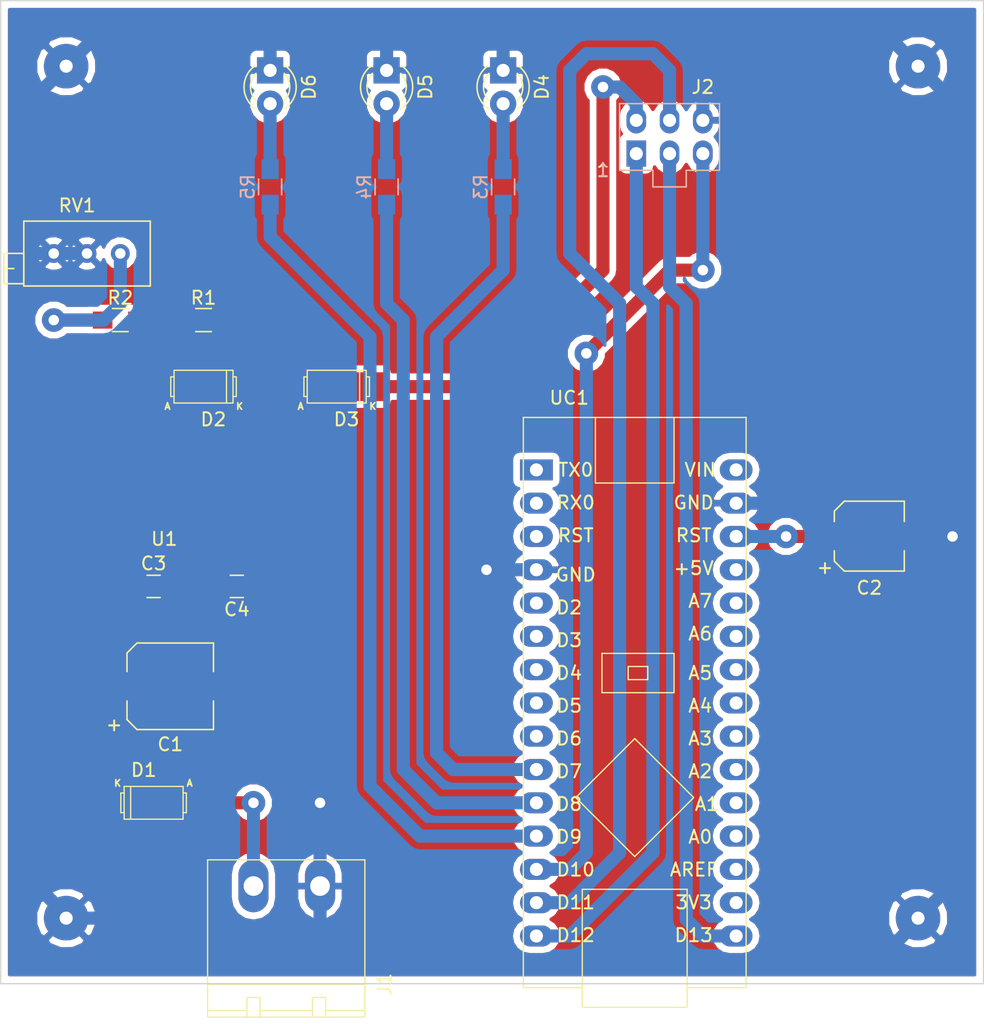
<source format=kicad_pcb>
(kicad_pcb (version 4) (host pcbnew 4.0.7)

  (general
    (links 40)
    (no_connects 0)
    (area 119.704999 54.949999 195.050001 133.400001)
    (thickness 1.6)
    (drawings 21)
    (tracks 143)
    (zones 0)
    (modules 24)
    (nets 19)
  )

  (page A4)
  (layers
    (0 F.Cu signal)
    (31 B.Cu signal)
    (32 B.Adhes user)
    (33 F.Adhes user)
    (34 B.Paste user)
    (35 F.Paste user)
    (36 B.SilkS user)
    (37 F.SilkS user)
    (38 B.Mask user)
    (39 F.Mask user)
    (40 Dwgs.User user)
    (41 Cmts.User user)
    (42 Eco1.User user)
    (43 Eco2.User user)
    (44 Edge.Cuts user)
    (45 Margin user)
    (46 B.CrtYd user)
    (47 F.CrtYd user)
    (48 B.Fab user)
    (49 F.Fab user)
  )

  (setup
    (last_trace_width 1)
    (user_trace_width 1)
    (trace_clearance 0.3)
    (zone_clearance 0.508)
    (zone_45_only no)
    (trace_min 0.2)
    (segment_width 0.2)
    (edge_width 0.1)
    (via_size 0.6)
    (via_drill 0.4)
    (via_min_size 0.4)
    (via_min_drill 0.3)
    (user_via 1.8 0.8)
    (uvia_size 0.3)
    (uvia_drill 0.1)
    (uvias_allowed no)
    (uvia_min_size 0.2)
    (uvia_min_drill 0.1)
    (pcb_text_width 0.3)
    (pcb_text_size 1.5 1.5)
    (mod_edge_width 0.15)
    (mod_text_size 1 1)
    (mod_text_width 0.15)
    (pad_size 1.5 1.5)
    (pad_drill 0.6)
    (pad_to_mask_clearance 0)
    (aux_axis_origin 0 0)
    (visible_elements FFFFFF7F)
    (pcbplotparams
      (layerselection 0x01000_80000001)
      (usegerberextensions false)
      (excludeedgelayer true)
      (linewidth 0.100000)
      (plotframeref false)
      (viasonmask false)
      (mode 1)
      (useauxorigin false)
      (hpglpennumber 1)
      (hpglpenspeed 20)
      (hpglpendiameter 15)
      (hpglpenoverlay 2)
      (psnegative false)
      (psa4output false)
      (plotreference true)
      (plotvalue true)
      (plotinvisibletext false)
      (padsonsilk false)
      (subtractmaskfromsilk false)
      (outputformat 1)
      (mirror false)
      (drillshape 0)
      (scaleselection 1)
      (outputdirectory ArdAT-Gerber/))
  )

  (net 0 "")
  (net 1 "Net-(C1-Pad1)")
  (net 2 GND)
  (net 3 "Net-(C2-Pad1)")
  (net 4 "Net-(C4-Pad1)")
  (net 5 "Net-(D1-Pad2)")
  (net 6 "Net-(D2-Pad2)")
  (net 7 VCC)
  (net 8 "Net-(D4-Pad2)")
  (net 9 "Net-(D5-Pad2)")
  (net 10 "Net-(D6-Pad2)")
  (net 11 MISO)
  (net 12 SCK)
  (net 13 MOSI)
  (net 14 RESET)
  (net 15 "Net-(R2-Pad1)")
  (net 16 "Net-(R3-Pad2)")
  (net 17 "Net-(R4-Pad2)")
  (net 18 "Net-(R5-Pad2)")

  (net_class Default "Ceci est la Netclass par défaut"
    (clearance 0.3)
    (trace_width 0.25)
    (via_dia 0.6)
    (via_drill 0.4)
    (uvia_dia 0.3)
    (uvia_drill 0.1)
    (add_net GND)
    (add_net MISO)
    (add_net MOSI)
    (add_net "Net-(C1-Pad1)")
    (add_net "Net-(C2-Pad1)")
    (add_net "Net-(C4-Pad1)")
    (add_net "Net-(D1-Pad2)")
    (add_net "Net-(D2-Pad2)")
    (add_net "Net-(D4-Pad2)")
    (add_net "Net-(D5-Pad2)")
    (add_net "Net-(D6-Pad2)")
    (add_net "Net-(R2-Pad1)")
    (add_net "Net-(R3-Pad2)")
    (add_net "Net-(R4-Pad2)")
    (add_net "Net-(R5-Pad2)")
    (add_net RESET)
    (add_net SCK)
    (add_net VCC)
  )

  (module alex-library:CP_Elec_6.3x7.7 (layer F.Cu) (tedit 58AA8B76) (tstamp 5ADDD070)
    (at 132.94 107.31)
    (descr "SMT capacitor, aluminium electrolytic, 6.3x7.7")
    (path /5AD6FE31)
    (attr smd)
    (fp_text reference C1 (at 0 4.43) (layer F.SilkS)
      (effects (font (size 1 1) (thickness 0.15)))
    )
    (fp_text value 100µF/25V (at 0 -4.43) (layer F.Fab)
      (effects (font (size 1 1) (thickness 0.15)))
    )
    (fp_circle (center 0 0) (end 0.5 3) (layer F.Fab) (width 0.1))
    (fp_text user + (at -1.73 -0.08) (layer F.Fab)
      (effects (font (size 1 1) (thickness 0.15)))
    )
    (fp_text user + (at -4.28 2.91) (layer F.SilkS)
      (effects (font (size 1 1) (thickness 0.15)))
    )
    (fp_text user %R (at 0 4.43) (layer F.Fab)
      (effects (font (size 1 1) (thickness 0.15)))
    )
    (fp_line (start 3.15 3.15) (end 3.15 -3.15) (layer F.Fab) (width 0.1))
    (fp_line (start -2.48 3.15) (end 3.15 3.15) (layer F.Fab) (width 0.1))
    (fp_line (start -3.15 2.48) (end -2.48 3.15) (layer F.Fab) (width 0.1))
    (fp_line (start -3.15 -2.48) (end -3.15 2.48) (layer F.Fab) (width 0.1))
    (fp_line (start -2.48 -3.15) (end -3.15 -2.48) (layer F.Fab) (width 0.1))
    (fp_line (start 3.15 -3.15) (end -2.48 -3.15) (layer F.Fab) (width 0.1))
    (fp_line (start -3.3 2.54) (end -3.3 1.12) (layer F.SilkS) (width 0.12))
    (fp_line (start 3.3 3.3) (end 3.3 1.12) (layer F.SilkS) (width 0.12))
    (fp_line (start 3.3 -3.3) (end 3.3 -1.12) (layer F.SilkS) (width 0.12))
    (fp_line (start -3.3 -2.54) (end -3.3 -1.12) (layer F.SilkS) (width 0.12))
    (fp_line (start 3.3 3.3) (end -2.54 3.3) (layer F.SilkS) (width 0.12))
    (fp_line (start -2.54 3.3) (end -3.3 2.54) (layer F.SilkS) (width 0.12))
    (fp_line (start -3.3 -2.54) (end -2.54 -3.3) (layer F.SilkS) (width 0.12))
    (fp_line (start -2.54 -3.3) (end 3.3 -3.3) (layer F.SilkS) (width 0.12))
    (fp_line (start -4.7 -3.4) (end 4.7 -3.4) (layer F.CrtYd) (width 0.05))
    (fp_line (start -4.7 -3.4) (end -4.7 3.4) (layer F.CrtYd) (width 0.05))
    (fp_line (start 4.7 3.4) (end 4.7 -3.4) (layer F.CrtYd) (width 0.05))
    (fp_line (start 4.7 3.4) (end -4.7 3.4) (layer F.CrtYd) (width 0.05))
    (pad 1 smd rect (at -2.7 0 180) (size 3.5 1.6) (layers F.Cu F.Paste F.Mask)
      (net 1 "Net-(C1-Pad1)"))
    (pad 2 smd rect (at 2.7 0 180) (size 3.5 1.6) (layers F.Cu F.Paste F.Mask)
      (net 2 GND))
    (model ../../../../../../Users/PORTABLE/Documents/GitProjets/Fablab19-Alex-Kicad-Library/package3d/Capas-SMD.3dshapes/CP_Elec_6.3x7.7.wrl
      (at (xyz 0 0 0))
      (scale (xyz 1 1 1))
      (rotate (xyz 0 0 180))
    )
  )

  (module alex-library:CP_Elec_5x5.3 (layer F.Cu) (tedit 58AA8A8F) (tstamp 5ADDD076)
    (at 186.28 95.88)
    (descr "SMT capacitor, aluminium electrolytic, 5x5.3")
    (path /5AD60636)
    (attr smd)
    (fp_text reference C2 (at 0 3.92) (layer F.SilkS)
      (effects (font (size 1 1) (thickness 0.15)))
    )
    (fp_text value 10µF/25V (at 0 -3.92) (layer F.Fab)
      (effects (font (size 1 1) (thickness 0.15)))
    )
    (fp_circle (center 0 0) (end 0.3 2.4) (layer F.Fab) (width 0.1))
    (fp_text user + (at -1.37 -0.08) (layer F.Fab)
      (effects (font (size 1 1) (thickness 0.15)))
    )
    (fp_text user + (at -3.38 2.34) (layer F.SilkS)
      (effects (font (size 1 1) (thickness 0.15)))
    )
    (fp_text user %R (at 0 3.92) (layer F.Fab)
      (effects (font (size 1 1) (thickness 0.15)))
    )
    (fp_line (start 2.51 2.49) (end 2.51 -2.54) (layer F.Fab) (width 0.1))
    (fp_line (start -1.84 2.49) (end 2.51 2.49) (layer F.Fab) (width 0.1))
    (fp_line (start -2.51 1.82) (end -1.84 2.49) (layer F.Fab) (width 0.1))
    (fp_line (start -2.51 -1.87) (end -2.51 1.82) (layer F.Fab) (width 0.1))
    (fp_line (start -1.84 -2.54) (end -2.51 -1.87) (layer F.Fab) (width 0.1))
    (fp_line (start 2.51 -2.54) (end -1.84 -2.54) (layer F.Fab) (width 0.1))
    (fp_line (start 2.67 -2.69) (end 2.67 -1.14) (layer F.SilkS) (width 0.12))
    (fp_line (start 2.67 2.64) (end 2.67 1.09) (layer F.SilkS) (width 0.12))
    (fp_line (start -2.67 1.88) (end -2.67 1.09) (layer F.SilkS) (width 0.12))
    (fp_line (start -2.67 -1.93) (end -2.67 -1.14) (layer F.SilkS) (width 0.12))
    (fp_line (start 2.67 -2.69) (end -1.91 -2.69) (layer F.SilkS) (width 0.12))
    (fp_line (start -1.91 -2.69) (end -2.67 -1.93) (layer F.SilkS) (width 0.12))
    (fp_line (start -2.67 1.88) (end -1.91 2.64) (layer F.SilkS) (width 0.12))
    (fp_line (start -1.91 2.64) (end 2.67 2.64) (layer F.SilkS) (width 0.12))
    (fp_line (start -3.95 -2.79) (end 3.95 -2.79) (layer F.CrtYd) (width 0.05))
    (fp_line (start -3.95 -2.79) (end -3.95 2.74) (layer F.CrtYd) (width 0.05))
    (fp_line (start 3.95 2.74) (end 3.95 -2.79) (layer F.CrtYd) (width 0.05))
    (fp_line (start 3.95 2.74) (end -3.95 2.74) (layer F.CrtYd) (width 0.05))
    (pad 1 smd rect (at -2.2 0 180) (size 3 1.6) (layers F.Cu F.Paste F.Mask)
      (net 3 "Net-(C2-Pad1)"))
    (pad 2 smd rect (at 2.2 0 180) (size 3 1.6) (layers F.Cu F.Paste F.Mask)
      (net 2 GND))
    (model ../../../../../../Users/PORTABLE/Documents/GitProjets/Fablab19-Alex-Kicad-Library/package3d/Capas-SMD.3dshapes/CP_Elec_5x5.3.wrl
      (at (xyz 0 0 0))
      (scale (xyz 1 1 1))
      (rotate (xyz 0 0 180))
    )
  )

  (module alex-library:C_0805_HandSoldering (layer F.Cu) (tedit 58AA84A8) (tstamp 5ADDD07C)
    (at 131.67 99.69)
    (descr "Capacitor SMD 0805, hand soldering")
    (tags "capacitor 0805")
    (path /5AD6FF23)
    (attr smd)
    (fp_text reference C3 (at 0 -1.75) (layer F.SilkS)
      (effects (font (size 1 1) (thickness 0.15)))
    )
    (fp_text value 100nF (at 0 1.75) (layer F.Fab)
      (effects (font (size 1 1) (thickness 0.15)))
    )
    (fp_text user %R (at 0 -1.75) (layer F.Fab)
      (effects (font (size 1 1) (thickness 0.15)))
    )
    (fp_line (start -1 0.62) (end -1 -0.62) (layer F.Fab) (width 0.1))
    (fp_line (start 1 0.62) (end -1 0.62) (layer F.Fab) (width 0.1))
    (fp_line (start 1 -0.62) (end 1 0.62) (layer F.Fab) (width 0.1))
    (fp_line (start -1 -0.62) (end 1 -0.62) (layer F.Fab) (width 0.1))
    (fp_line (start 0.5 -0.85) (end -0.5 -0.85) (layer F.SilkS) (width 0.12))
    (fp_line (start -0.5 0.85) (end 0.5 0.85) (layer F.SilkS) (width 0.12))
    (fp_line (start -2.25 -0.88) (end 2.25 -0.88) (layer F.CrtYd) (width 0.05))
    (fp_line (start -2.25 -0.88) (end -2.25 0.87) (layer F.CrtYd) (width 0.05))
    (fp_line (start 2.25 0.87) (end 2.25 -0.88) (layer F.CrtYd) (width 0.05))
    (fp_line (start 2.25 0.87) (end -2.25 0.87) (layer F.CrtYd) (width 0.05))
    (pad 1 smd rect (at -1.25 0) (size 1.5 1.25) (layers F.Cu F.Paste F.Mask)
      (net 1 "Net-(C1-Pad1)"))
    (pad 2 smd rect (at 1.25 0) (size 1.5 1.25) (layers F.Cu F.Paste F.Mask)
      (net 2 GND))
    (model ../../../../../../Users/PORTABLE/Documents/GitProjets/Fablab19-Alex-Kicad-Library/package3d/Capas-SMD.3dshapes/C_0805.wrl
      (at (xyz 0 0 0))
      (scale (xyz 1 1 1))
      (rotate (xyz 0 0 0))
    )
  )

  (module alex-library:C_0805_HandSoldering (layer F.Cu) (tedit 58AA84A8) (tstamp 5ADDD082)
    (at 138.02 99.69 180)
    (descr "Capacitor SMD 0805, hand soldering")
    (tags "capacitor 0805")
    (path /5AD6FFA7)
    (attr smd)
    (fp_text reference C4 (at 0 -1.75 180) (layer F.SilkS)
      (effects (font (size 1 1) (thickness 0.15)))
    )
    (fp_text value 100nF (at 0 1.75 180) (layer F.Fab)
      (effects (font (size 1 1) (thickness 0.15)))
    )
    (fp_text user %R (at 0 -1.75 180) (layer F.Fab)
      (effects (font (size 1 1) (thickness 0.15)))
    )
    (fp_line (start -1 0.62) (end -1 -0.62) (layer F.Fab) (width 0.1))
    (fp_line (start 1 0.62) (end -1 0.62) (layer F.Fab) (width 0.1))
    (fp_line (start 1 -0.62) (end 1 0.62) (layer F.Fab) (width 0.1))
    (fp_line (start -1 -0.62) (end 1 -0.62) (layer F.Fab) (width 0.1))
    (fp_line (start 0.5 -0.85) (end -0.5 -0.85) (layer F.SilkS) (width 0.12))
    (fp_line (start -0.5 0.85) (end 0.5 0.85) (layer F.SilkS) (width 0.12))
    (fp_line (start -2.25 -0.88) (end 2.25 -0.88) (layer F.CrtYd) (width 0.05))
    (fp_line (start -2.25 -0.88) (end -2.25 0.87) (layer F.CrtYd) (width 0.05))
    (fp_line (start 2.25 0.87) (end 2.25 -0.88) (layer F.CrtYd) (width 0.05))
    (fp_line (start 2.25 0.87) (end -2.25 0.87) (layer F.CrtYd) (width 0.05))
    (pad 1 smd rect (at -1.25 0 180) (size 1.5 1.25) (layers F.Cu F.Paste F.Mask)
      (net 4 "Net-(C4-Pad1)"))
    (pad 2 smd rect (at 1.25 0 180) (size 1.5 1.25) (layers F.Cu F.Paste F.Mask)
      (net 2 GND))
    (model ../../../../../../Users/PORTABLE/Documents/GitProjets/Fablab19-Alex-Kicad-Library/package3d/Capas-SMD.3dshapes/C_0805.wrl
      (at (xyz 0 0 0))
      (scale (xyz 1 1 1))
      (rotate (xyz 0 0 0))
    )
  )

  (module alex-library:D0-214 (layer F.Cu) (tedit 5ADC5C57) (tstamp 5ADDD088)
    (at 131.67 116.2)
    (descr http://www.farnell.com/datasheets/2298433.pdf)
    (tags DO-214)
    (path /5AD6FC05)
    (fp_text reference D1 (at -0.75 -2.5) (layer F.SilkS)
      (effects (font (size 1 1) (thickness 0.15)))
    )
    (fp_text value ES2D (at 0.25 2.25) (layer F.Fab)
      (effects (font (size 1 1) (thickness 0.15)))
    )
    (fp_line (start -4 -1.5) (end 4 -1.5) (layer F.CrtYd) (width 0.1))
    (fp_line (start 4 -1.5) (end 4 1.5) (layer F.CrtYd) (width 0.1))
    (fp_line (start 4 1.5) (end -4 1.5) (layer F.CrtYd) (width 0.1))
    (fp_line (start -4 1.5) (end -4 -1.5) (layer F.CrtYd) (width 0.1))
    (fp_line (start -0.75 0) (end 0.75 -1) (layer F.Fab) (width 0.1))
    (fp_line (start 0.75 -1) (end 0.75 1) (layer F.Fab) (width 0.1))
    (fp_line (start 0.75 1) (end -0.75 0) (layer F.Fab) (width 0.1))
    (fp_line (start -0.75 -1) (end -0.75 1) (layer F.Fab) (width 0.1))
    (fp_text user A (at 2.75 -1.5) (layer F.SilkS)
      (effects (font (size 0.5 0.5) (thickness 0.125)))
    )
    (fp_text user K (at -2.75 -1.5) (layer F.SilkS)
      (effects (font (size 0.5 0.5) (thickness 0.125)))
    )
    (fp_line (start -1.75 -1.25) (end -1.75 1.25) (layer F.SilkS) (width 0.1))
    (fp_line (start 2.25 -0.75) (end 2.5 -0.75) (layer F.SilkS) (width 0.1))
    (fp_line (start 2.5 -0.75) (end 2.5 0.75) (layer F.SilkS) (width 0.1))
    (fp_line (start 2.5 0.75) (end 2.25 0.75) (layer F.SilkS) (width 0.1))
    (fp_line (start -2.25 -0.75) (end -2.5 -0.75) (layer F.SilkS) (width 0.1))
    (fp_line (start -2.5 -0.75) (end -2.5 0.75) (layer F.SilkS) (width 0.1))
    (fp_line (start -2.5 0.75) (end -2.25 0.75) (layer F.SilkS) (width 0.1))
    (fp_line (start -2.25 -1.25) (end 2.25 -1.25) (layer F.SilkS) (width 0.1))
    (fp_line (start 2.25 -1.25) (end 2.25 1.25) (layer F.SilkS) (width 0.1))
    (fp_line (start 2.25 1.25) (end -2.25 1.25) (layer F.SilkS) (width 0.1))
    (fp_line (start -2.25 1.25) (end -2.25 -1.25) (layer F.SilkS) (width 0.1))
    (pad 1 smd rect (at -2.35 0) (size 2.5 2.2) (layers F.Cu F.Paste F.Mask)
      (net 1 "Net-(C1-Pad1)"))
    (pad 2 smd rect (at 2.35 0) (size 2.5 2.2) (layers F.Cu F.Paste F.Mask)
      (net 5 "Net-(D1-Pad2)"))
    (model ../../../../../../Users/PORTABLE/Documents/GitProjets/Fablab19-Alex-Kicad-Library/package3d/Diodes-SMD.3dshapes/D0-214.wrl
      (at (xyz 0 0 0))
      (scale (xyz 0.35 0.35 0.35))
      (rotate (xyz 0 0 0))
    )
  )

  (module alex-library:D0-214 (layer F.Cu) (tedit 5ADC5C57) (tstamp 5ADDD08E)
    (at 135.48 84.45 180)
    (descr http://www.farnell.com/datasheets/2298433.pdf)
    (tags DO-214)
    (path /5ADB70C3)
    (fp_text reference D2 (at -0.75 -2.5 180) (layer F.SilkS)
      (effects (font (size 1 1) (thickness 0.15)))
    )
    (fp_text value ES2D (at 0.25 2.25 180) (layer F.Fab)
      (effects (font (size 1 1) (thickness 0.15)))
    )
    (fp_line (start -4 -1.5) (end 4 -1.5) (layer F.CrtYd) (width 0.1))
    (fp_line (start 4 -1.5) (end 4 1.5) (layer F.CrtYd) (width 0.1))
    (fp_line (start 4 1.5) (end -4 1.5) (layer F.CrtYd) (width 0.1))
    (fp_line (start -4 1.5) (end -4 -1.5) (layer F.CrtYd) (width 0.1))
    (fp_line (start -0.75 0) (end 0.75 -1) (layer F.Fab) (width 0.1))
    (fp_line (start 0.75 -1) (end 0.75 1) (layer F.Fab) (width 0.1))
    (fp_line (start 0.75 1) (end -0.75 0) (layer F.Fab) (width 0.1))
    (fp_line (start -0.75 -1) (end -0.75 1) (layer F.Fab) (width 0.1))
    (fp_text user A (at 2.75 -1.5 180) (layer F.SilkS)
      (effects (font (size 0.5 0.5) (thickness 0.125)))
    )
    (fp_text user K (at -2.75 -1.5 180) (layer F.SilkS)
      (effects (font (size 0.5 0.5) (thickness 0.125)))
    )
    (fp_line (start -1.75 -1.25) (end -1.75 1.25) (layer F.SilkS) (width 0.1))
    (fp_line (start 2.25 -0.75) (end 2.5 -0.75) (layer F.SilkS) (width 0.1))
    (fp_line (start 2.5 -0.75) (end 2.5 0.75) (layer F.SilkS) (width 0.1))
    (fp_line (start 2.5 0.75) (end 2.25 0.75) (layer F.SilkS) (width 0.1))
    (fp_line (start -2.25 -0.75) (end -2.5 -0.75) (layer F.SilkS) (width 0.1))
    (fp_line (start -2.5 -0.75) (end -2.5 0.75) (layer F.SilkS) (width 0.1))
    (fp_line (start -2.5 0.75) (end -2.25 0.75) (layer F.SilkS) (width 0.1))
    (fp_line (start -2.25 -1.25) (end 2.25 -1.25) (layer F.SilkS) (width 0.1))
    (fp_line (start 2.25 -1.25) (end 2.25 1.25) (layer F.SilkS) (width 0.1))
    (fp_line (start 2.25 1.25) (end -2.25 1.25) (layer F.SilkS) (width 0.1))
    (fp_line (start -2.25 1.25) (end -2.25 -1.25) (layer F.SilkS) (width 0.1))
    (pad 1 smd rect (at -2.35 0 180) (size 2.5 2.2) (layers F.Cu F.Paste F.Mask)
      (net 4 "Net-(C4-Pad1)"))
    (pad 2 smd rect (at 2.35 0 180) (size 2.5 2.2) (layers F.Cu F.Paste F.Mask)
      (net 6 "Net-(D2-Pad2)"))
    (model ../../../../../../Users/PORTABLE/Documents/GitProjets/Fablab19-Alex-Kicad-Library/package3d/Diodes-SMD.3dshapes/D0-214.wrl
      (at (xyz 0 0 0))
      (scale (xyz 0.35 0.35 0.35))
      (rotate (xyz 0 0 0))
    )
  )

  (module alex-library:D0-214 (layer F.Cu) (tedit 5ADC5C57) (tstamp 5ADDD094)
    (at 145.64 84.45 180)
    (descr http://www.farnell.com/datasheets/2298433.pdf)
    (tags DO-214)
    (path /5AD84211)
    (fp_text reference D3 (at -0.75 -2.5 180) (layer F.SilkS)
      (effects (font (size 1 1) (thickness 0.15)))
    )
    (fp_text value ES2D (at 0.25 2.25 180) (layer F.Fab)
      (effects (font (size 1 1) (thickness 0.15)))
    )
    (fp_line (start -4 -1.5) (end 4 -1.5) (layer F.CrtYd) (width 0.1))
    (fp_line (start 4 -1.5) (end 4 1.5) (layer F.CrtYd) (width 0.1))
    (fp_line (start 4 1.5) (end -4 1.5) (layer F.CrtYd) (width 0.1))
    (fp_line (start -4 1.5) (end -4 -1.5) (layer F.CrtYd) (width 0.1))
    (fp_line (start -0.75 0) (end 0.75 -1) (layer F.Fab) (width 0.1))
    (fp_line (start 0.75 -1) (end 0.75 1) (layer F.Fab) (width 0.1))
    (fp_line (start 0.75 1) (end -0.75 0) (layer F.Fab) (width 0.1))
    (fp_line (start -0.75 -1) (end -0.75 1) (layer F.Fab) (width 0.1))
    (fp_text user A (at 2.75 -1.5 180) (layer F.SilkS)
      (effects (font (size 0.5 0.5) (thickness 0.125)))
    )
    (fp_text user K (at -2.75 -1.5 180) (layer F.SilkS)
      (effects (font (size 0.5 0.5) (thickness 0.125)))
    )
    (fp_line (start -1.75 -1.25) (end -1.75 1.25) (layer F.SilkS) (width 0.1))
    (fp_line (start 2.25 -0.75) (end 2.5 -0.75) (layer F.SilkS) (width 0.1))
    (fp_line (start 2.5 -0.75) (end 2.5 0.75) (layer F.SilkS) (width 0.1))
    (fp_line (start 2.5 0.75) (end 2.25 0.75) (layer F.SilkS) (width 0.1))
    (fp_line (start -2.25 -0.75) (end -2.5 -0.75) (layer F.SilkS) (width 0.1))
    (fp_line (start -2.5 -0.75) (end -2.5 0.75) (layer F.SilkS) (width 0.1))
    (fp_line (start -2.5 0.75) (end -2.25 0.75) (layer F.SilkS) (width 0.1))
    (fp_line (start -2.25 -1.25) (end 2.25 -1.25) (layer F.SilkS) (width 0.1))
    (fp_line (start 2.25 -1.25) (end 2.25 1.25) (layer F.SilkS) (width 0.1))
    (fp_line (start 2.25 1.25) (end -2.25 1.25) (layer F.SilkS) (width 0.1))
    (fp_line (start -2.25 1.25) (end -2.25 -1.25) (layer F.SilkS) (width 0.1))
    (pad 1 smd rect (at -2.35 0 180) (size 2.5 2.2) (layers F.Cu F.Paste F.Mask)
      (net 7 VCC))
    (pad 2 smd rect (at 2.35 0 180) (size 2.5 2.2) (layers F.Cu F.Paste F.Mask)
      (net 4 "Net-(C4-Pad1)"))
    (model ../../../../../../Users/PORTABLE/Documents/GitProjets/Fablab19-Alex-Kicad-Library/package3d/Diodes-SMD.3dshapes/D0-214.wrl
      (at (xyz 0 0 0))
      (scale (xyz 0.35 0.35 0.35))
      (rotate (xyz 0 0 0))
    )
  )

  (module alex-library:LED_D3.0mm (layer F.Cu) (tedit 5ADC7F20) (tstamp 5ADDD09A)
    (at 158.34 60.32 270)
    (descr "LED, diameter 3.0mm, 2 pins")
    (tags "LED diameter 3.0mm 2 pins")
    (path /5AD60CDD)
    (fp_text reference D4 (at 1.27 -2.96 270) (layer F.SilkS)
      (effects (font (size 1 1) (thickness 0.15)))
    )
    (fp_text value LED (at 1.27 2.96 270) (layer F.Fab)
      (effects (font (size 1 1) (thickness 0.15)))
    )
    (fp_arc (start 1.27 0) (end -0.23 -1.16619) (angle 284.3) (layer F.Fab) (width 0.1))
    (fp_arc (start 1.27 0) (end -0.29 -1.235516) (angle 108.8) (layer F.SilkS) (width 0.12))
    (fp_arc (start 1.27 0) (end -0.29 1.235516) (angle -108.8) (layer F.SilkS) (width 0.12))
    (fp_arc (start 1.27 0) (end 0.229039 -1.08) (angle 87.9) (layer F.SilkS) (width 0.12))
    (fp_arc (start 1.27 0) (end 0.229039 1.08) (angle -87.9) (layer F.SilkS) (width 0.12))
    (fp_circle (center 1.27 0) (end 2.77 0) (layer F.Fab) (width 0.1))
    (fp_line (start -0.23 -1.16619) (end -0.23 1.16619) (layer F.Fab) (width 0.1))
    (fp_line (start -0.29 -1.236) (end -0.29 -1.08) (layer F.SilkS) (width 0.12))
    (fp_line (start -0.29 1.08) (end -0.29 1.236) (layer F.SilkS) (width 0.12))
    (fp_line (start -1.15 -2.25) (end -1.15 2.25) (layer F.CrtYd) (width 0.05))
    (fp_line (start -1.15 2.25) (end 3.7 2.25) (layer F.CrtYd) (width 0.05))
    (fp_line (start 3.7 2.25) (end 3.7 -2.25) (layer F.CrtYd) (width 0.05))
    (fp_line (start 3.7 -2.25) (end -1.15 -2.25) (layer F.CrtYd) (width 0.05))
    (pad 1 thru_hole rect (at 0 0 270) (size 2 2) (drill 1) (layers *.Cu *.Mask)
      (net 2 GND))
    (pad 2 thru_hole circle (at 2.54 0 270) (size 2 2) (drill 1) (layers *.Cu *.Mask)
      (net 8 "Net-(D4-Pad2)"))
    (model ../../../../../../Users/PORTABLE/Documents/GitProjets/Fablab19-Alex-Kicad-Library/package3d/Leds.3dshapes/LED_D3.0mm.wrl
      (at (xyz 0 0 0))
      (scale (xyz 0.393701 0.393701 0.393701))
      (rotate (xyz 0 0 0))
    )
  )

  (module alex-library:LED_D3.0mm (layer F.Cu) (tedit 5ADC7F20) (tstamp 5ADDD0A0)
    (at 149.45 60.32 270)
    (descr "LED, diameter 3.0mm, 2 pins")
    (tags "LED diameter 3.0mm 2 pins")
    (path /5AD60D18)
    (fp_text reference D5 (at 1.27 -2.96 270) (layer F.SilkS)
      (effects (font (size 1 1) (thickness 0.15)))
    )
    (fp_text value LED (at 1.27 2.96 270) (layer F.Fab)
      (effects (font (size 1 1) (thickness 0.15)))
    )
    (fp_arc (start 1.27 0) (end -0.23 -1.16619) (angle 284.3) (layer F.Fab) (width 0.1))
    (fp_arc (start 1.27 0) (end -0.29 -1.235516) (angle 108.8) (layer F.SilkS) (width 0.12))
    (fp_arc (start 1.27 0) (end -0.29 1.235516) (angle -108.8) (layer F.SilkS) (width 0.12))
    (fp_arc (start 1.27 0) (end 0.229039 -1.08) (angle 87.9) (layer F.SilkS) (width 0.12))
    (fp_arc (start 1.27 0) (end 0.229039 1.08) (angle -87.9) (layer F.SilkS) (width 0.12))
    (fp_circle (center 1.27 0) (end 2.77 0) (layer F.Fab) (width 0.1))
    (fp_line (start -0.23 -1.16619) (end -0.23 1.16619) (layer F.Fab) (width 0.1))
    (fp_line (start -0.29 -1.236) (end -0.29 -1.08) (layer F.SilkS) (width 0.12))
    (fp_line (start -0.29 1.08) (end -0.29 1.236) (layer F.SilkS) (width 0.12))
    (fp_line (start -1.15 -2.25) (end -1.15 2.25) (layer F.CrtYd) (width 0.05))
    (fp_line (start -1.15 2.25) (end 3.7 2.25) (layer F.CrtYd) (width 0.05))
    (fp_line (start 3.7 2.25) (end 3.7 -2.25) (layer F.CrtYd) (width 0.05))
    (fp_line (start 3.7 -2.25) (end -1.15 -2.25) (layer F.CrtYd) (width 0.05))
    (pad 1 thru_hole rect (at 0 0 270) (size 2 2) (drill 1) (layers *.Cu *.Mask)
      (net 2 GND))
    (pad 2 thru_hole circle (at 2.54 0 270) (size 2 2) (drill 1) (layers *.Cu *.Mask)
      (net 9 "Net-(D5-Pad2)"))
    (model ../../../../../../Users/PORTABLE/Documents/GitProjets/Fablab19-Alex-Kicad-Library/package3d/Leds.3dshapes/LED_D3.0mm.wrl
      (at (xyz 0 0 0))
      (scale (xyz 0.393701 0.393701 0.393701))
      (rotate (xyz 0 0 0))
    )
  )

  (module alex-library:LED_D3.0mm (layer F.Cu) (tedit 5ADC7F20) (tstamp 5ADDD0A6)
    (at 140.56 60.32 270)
    (descr "LED, diameter 3.0mm, 2 pins")
    (tags "LED diameter 3.0mm 2 pins")
    (path /5AD60D41)
    (fp_text reference D6 (at 1.27 -2.96 270) (layer F.SilkS)
      (effects (font (size 1 1) (thickness 0.15)))
    )
    (fp_text value LED (at 1.27 2.96 270) (layer F.Fab)
      (effects (font (size 1 1) (thickness 0.15)))
    )
    (fp_arc (start 1.27 0) (end -0.23 -1.16619) (angle 284.3) (layer F.Fab) (width 0.1))
    (fp_arc (start 1.27 0) (end -0.29 -1.235516) (angle 108.8) (layer F.SilkS) (width 0.12))
    (fp_arc (start 1.27 0) (end -0.29 1.235516) (angle -108.8) (layer F.SilkS) (width 0.12))
    (fp_arc (start 1.27 0) (end 0.229039 -1.08) (angle 87.9) (layer F.SilkS) (width 0.12))
    (fp_arc (start 1.27 0) (end 0.229039 1.08) (angle -87.9) (layer F.SilkS) (width 0.12))
    (fp_circle (center 1.27 0) (end 2.77 0) (layer F.Fab) (width 0.1))
    (fp_line (start -0.23 -1.16619) (end -0.23 1.16619) (layer F.Fab) (width 0.1))
    (fp_line (start -0.29 -1.236) (end -0.29 -1.08) (layer F.SilkS) (width 0.12))
    (fp_line (start -0.29 1.08) (end -0.29 1.236) (layer F.SilkS) (width 0.12))
    (fp_line (start -1.15 -2.25) (end -1.15 2.25) (layer F.CrtYd) (width 0.05))
    (fp_line (start -1.15 2.25) (end 3.7 2.25) (layer F.CrtYd) (width 0.05))
    (fp_line (start 3.7 2.25) (end 3.7 -2.25) (layer F.CrtYd) (width 0.05))
    (fp_line (start 3.7 -2.25) (end -1.15 -2.25) (layer F.CrtYd) (width 0.05))
    (pad 1 thru_hole rect (at 0 0 270) (size 2 2) (drill 1) (layers *.Cu *.Mask)
      (net 2 GND))
    (pad 2 thru_hole circle (at 2.54 0 270) (size 2 2) (drill 1) (layers *.Cu *.Mask)
      (net 10 "Net-(D6-Pad2)"))
    (model ../../../../../../Users/PORTABLE/Documents/GitProjets/Fablab19-Alex-Kicad-Library/package3d/Leds.3dshapes/LED_D3.0mm.wrl
      (at (xyz 0 0 0))
      (scale (xyz 0.393701 0.393701 0.393701))
      (rotate (xyz 0 0 0))
    )
  )

  (module alex-library:M3-Hole (layer F.Cu) (tedit 5ABA6955) (tstamp 5ADDD0AB)
    (at 190 60)
    (path /5AD69DB5)
    (fp_text reference H1 (at 0 3) (layer F.SilkS) hide
      (effects (font (size 1 1) (thickness 0.15)))
    )
    (fp_text value M3-Hole (at 0.5 -3) (layer F.Fab) hide
      (effects (font (size 1 1) (thickness 0.15)))
    )
    (fp_line (start -2 -2) (end 2 -2) (layer F.CrtYd) (width 0.1))
    (fp_line (start 2 -2) (end 2 2) (layer F.CrtYd) (width 0.1))
    (fp_line (start 2 2) (end -2 2) (layer F.CrtYd) (width 0.1))
    (fp_line (start -2 2) (end -2 -2) (layer F.CrtYd) (width 0.1))
    (pad 1 thru_hole circle (at 0 0) (size 3.4 3.4) (drill 1) (layers *.Cu *.Mask)
      (net 2 GND))
  )

  (module alex-library:M3-Hole (layer F.Cu) (tedit 5ABA6955) (tstamp 5ADDD0B0)
    (at 125 60)
    (path /5AD69FE5)
    (fp_text reference H2 (at 0 3) (layer F.SilkS) hide
      (effects (font (size 1 1) (thickness 0.15)))
    )
    (fp_text value M3-Hole (at 0.5 -3) (layer F.Fab) hide
      (effects (font (size 1 1) (thickness 0.15)))
    )
    (fp_line (start -2 -2) (end 2 -2) (layer F.CrtYd) (width 0.1))
    (fp_line (start 2 -2) (end 2 2) (layer F.CrtYd) (width 0.1))
    (fp_line (start 2 2) (end -2 2) (layer F.CrtYd) (width 0.1))
    (fp_line (start -2 2) (end -2 -2) (layer F.CrtYd) (width 0.1))
    (pad 1 thru_hole circle (at 0 0) (size 3.4 3.4) (drill 1) (layers *.Cu *.Mask)
      (net 2 GND))
  )

  (module alex-library:M3-Hole (layer F.Cu) (tedit 5ABA6955) (tstamp 5ADDD0B5)
    (at 125 125)
    (path /5AD6A00B)
    (fp_text reference H3 (at 0 3) (layer F.SilkS) hide
      (effects (font (size 1 1) (thickness 0.15)))
    )
    (fp_text value M3-Hole (at 0.5 -3) (layer F.Fab) hide
      (effects (font (size 1 1) (thickness 0.15)))
    )
    (fp_line (start -2 -2) (end 2 -2) (layer F.CrtYd) (width 0.1))
    (fp_line (start 2 -2) (end 2 2) (layer F.CrtYd) (width 0.1))
    (fp_line (start 2 2) (end -2 2) (layer F.CrtYd) (width 0.1))
    (fp_line (start -2 2) (end -2 -2) (layer F.CrtYd) (width 0.1))
    (pad 1 thru_hole circle (at 0 0) (size 3.4 3.4) (drill 1) (layers *.Cu *.Mask)
      (net 2 GND))
  )

  (module alex-library:M3-Hole (layer F.Cu) (tedit 5ABA6955) (tstamp 5ADDD0BA)
    (at 190 125)
    (path /5AD6A031)
    (fp_text reference H4 (at 0 3) (layer F.SilkS) hide
      (effects (font (size 1 1) (thickness 0.15)))
    )
    (fp_text value M3-Hole (at 0.5 -3) (layer F.Fab) hide
      (effects (font (size 1 1) (thickness 0.15)))
    )
    (fp_line (start -2 -2) (end 2 -2) (layer F.CrtYd) (width 0.1))
    (fp_line (start 2 -2) (end 2 2) (layer F.CrtYd) (width 0.1))
    (fp_line (start 2 2) (end -2 2) (layer F.CrtYd) (width 0.1))
    (fp_line (start -2 2) (end -2 -2) (layer F.CrtYd) (width 0.1))
    (pad 1 thru_hole circle (at 0 0) (size 3.4 3.4) (drill 1) (layers *.Cu *.Mask)
      (net 2 GND))
  )

  (module alex-library:Connecteur-Embase-Debrochable-2_Voies (layer F.Cu) (tedit 5ADDCEE2) (tstamp 5ADDD0C4)
    (at 139.29 122.55 90)
    (path /5AD72DC0)
    (fp_text reference J1 (at -7.5 10 90) (layer F.SilkS)
      (effects (font (size 1 1) (thickness 0.15)))
    )
    (fp_text value Audio-Jack-2 (at -2 -2 90) (layer F.Fab) hide
      (effects (font (size 0.2 0.2) (thickness 0.05)))
    )
    (fp_line (start -10.5 -4) (end 2.5 -4) (layer F.CrtYd) (width 0.1))
    (fp_line (start 2.5 -4) (end 2.5 9) (layer F.CrtYd) (width 0.1))
    (fp_line (start 2.5 9) (end -10.5 9) (layer F.CrtYd) (width 0.1))
    (fp_line (start -10.5 9) (end -10.5 -4) (layer F.CrtYd) (width 0.1))
    (fp_line (start -9.5 5.5) (end -9.5 8.5) (layer F.SilkS) (width 0.1))
    (fp_line (start -9.5 0.5) (end -9.5 4.5) (layer F.SilkS) (width 0.1))
    (fp_line (start -9.5 -3.5) (end -9.5 -0.5) (layer F.SilkS) (width 0.1))
    (fp_line (start -10 4.5) (end -8.5 4.5) (layer F.SilkS) (width 0.1))
    (fp_line (start -8.5 4.5) (end -8.5 5.5) (layer F.SilkS) (width 0.1))
    (fp_line (start -8.5 5.5) (end -10 5.5) (layer F.SilkS) (width 0.1))
    (fp_line (start -10 -0.5) (end -8.5 -0.5) (layer F.SilkS) (width 0.1))
    (fp_line (start -8.5 -0.5) (end -8.5 0.5) (layer F.SilkS) (width 0.1))
    (fp_line (start -8.5 0.5) (end -10 0.5) (layer F.SilkS) (width 0.1))
    (fp_line (start -7.5 -3.5) (end -7.5 8.5) (layer F.SilkS) (width 0.1))
    (fp_line (start -10 -3.5) (end 2 -3.5) (layer F.SilkS) (width 0.1))
    (fp_line (start -10 8.5) (end -10 -3.5) (layer F.SilkS) (width 0.1))
    (fp_line (start 2 8.5) (end -10 8.5) (layer F.SilkS) (width 0.1))
    (fp_line (start 2 -3.5) (end 2 8.5) (layer F.SilkS) (width 0.1))
    (pad 1 thru_hole oval (at 0 0 90) (size 4 2.3) (drill 1.5) (layers *.Cu *.Mask)
      (net 5 "Net-(D1-Pad2)"))
    (pad 2 thru_hole oval (at 0 5.08 90) (size 4 2.3) (drill 1.5) (layers *.Cu *.Mask)
      (net 2 GND))
    (model ../../../../../../Users/PORTABLE/Documents/GitProjets/Fablab19-Alex-Kicad-Library/package3d/Connecteurs.3dshapes/CTBP9358-2-Embase-Conecteur-CamDenBoss.wrl
      (at (xyz -0.39 -0.098 0))
      (scale (xyz 0.39 0.39 0.39))
      (rotate (xyz 0 0 90))
    )
  )

  (module alex-library:2x3-Pin-Connecteur (layer F.Cu) (tedit 5AD75C48) (tstamp 5ADDD0CE)
    (at 168.5 66.67 90)
    (path /5AD71538)
    (fp_text reference J2 (at 5.08 5.08 180) (layer F.SilkS)
      (effects (font (size 1 1) (thickness 0.15)))
    )
    (fp_text value Conn_01x06 (at -3.81 1.27 180) (layer F.Fab) hide
      (effects (font (size 1 1) (thickness 0.15)))
    )
    (fp_text user 1 (at -1.27 -2.54 180) (layer B.SilkS)
      (effects (font (size 1 1) (thickness 0.15)) (justify mirror))
    )
    (fp_text user 1 (at -1.27 -2.54 180) (layer F.SilkS)
      (effects (font (size 1 1) (thickness 0.15)))
    )
    (fp_line (start -2.54 1.27) (end -1.27 1.27) (layer B.SilkS) (width 0.1))
    (fp_line (start -1.27 1.27) (end -1.27 -1.27) (layer B.SilkS) (width 0.1))
    (fp_line (start -1.27 -1.27) (end 3.81 -1.27) (layer B.SilkS) (width 0.1))
    (fp_line (start 3.81 -1.27) (end 3.81 6.35) (layer B.SilkS) (width 0.1))
    (fp_line (start 3.81 6.35) (end -1.27 6.35) (layer B.SilkS) (width 0.1))
    (fp_line (start -1.27 6.35) (end -1.27 3.81) (layer B.SilkS) (width 0.1))
    (fp_line (start -1.27 3.81) (end -2.54 3.81) (layer B.SilkS) (width 0.1))
    (fp_line (start -2.54 3.81) (end -2.54 1.27) (layer B.SilkS) (width 0.1))
    (fp_line (start -2.54 -1.27) (end 3.81 -1.27) (layer B.CrtYd) (width 0.1))
    (fp_line (start 3.81 -1.27) (end 3.81 6.35) (layer B.CrtYd) (width 0.1))
    (fp_line (start 3.81 6.35) (end -2.54 6.35) (layer B.CrtYd) (width 0.1))
    (fp_line (start -2.54 6.35) (end -2.54 -1.27) (layer B.CrtYd) (width 0.1))
    (fp_line (start -2.54 -1.27) (end 3.81 -1.27) (layer F.CrtYd) (width 0.1))
    (fp_line (start 3.81 -1.27) (end 3.81 6.35) (layer F.CrtYd) (width 0.1))
    (fp_line (start 3.81 6.35) (end -2.54 6.35) (layer F.CrtYd) (width 0.1))
    (fp_line (start -2.54 6.35) (end -2.54 -1.27) (layer F.CrtYd) (width 0.1))
    (fp_line (start -1.27 -1.27) (end 3.81 -1.27) (layer F.SilkS) (width 0.1))
    (fp_line (start 3.81 -1.27) (end 3.81 6.35) (layer F.SilkS) (width 0.1))
    (fp_line (start 3.81 6.35) (end -1.27 6.35) (layer F.SilkS) (width 0.1))
    (fp_line (start -1.27 6.35) (end -1.27 3.81) (layer F.SilkS) (width 0.1))
    (fp_line (start -1.27 3.81) (end -2.54 3.81) (layer F.SilkS) (width 0.1))
    (fp_line (start -2.54 3.81) (end -2.54 1.27) (layer F.SilkS) (width 0.1))
    (fp_line (start -2.54 1.27) (end -1.27 1.27) (layer F.SilkS) (width 0.1))
    (fp_line (start -1.27 1.27) (end -1.27 -1.27) (layer F.SilkS) (width 0.1))
    (pad 1 thru_hole rect (at 0 0 90) (size 2 1.5) (drill 1) (layers *.Cu *.Mask)
      (net 11 MISO))
    (pad 2 thru_hole oval (at 2.54 0 90) (size 2 1.5) (drill 1) (layers *.Cu *.Mask)
      (net 7 VCC))
    (pad 3 thru_hole oval (at 0 2.54 90) (size 2 1.5) (drill 1) (layers *.Cu *.Mask)
      (net 12 SCK))
    (pad 4 thru_hole oval (at 2.54 2.54 90) (size 2 1.5) (drill 1) (layers *.Cu *.Mask)
      (net 13 MOSI))
    (pad 5 thru_hole oval (at 0 5.08 90) (size 2 1.5) (drill 1) (layers *.Cu *.Mask)
      (net 14 RESET))
    (pad 6 thru_hole oval (at 2.54 5.08 90) (size 2 1.5) (drill 1) (layers *.Cu *.Mask)
      (net 2 GND))
  )

  (module alex-library:R_0805_HandSoldering (layer F.Cu) (tedit 58E0A804) (tstamp 5ADDD0D4)
    (at 135.48 79.37)
    (descr "Resistor SMD 0805, hand soldering")
    (tags "resistor 0805")
    (path /5AD85C6A)
    (attr smd)
    (fp_text reference R1 (at 0 -1.7) (layer F.SilkS)
      (effects (font (size 1 1) (thickness 0.15)))
    )
    (fp_text value 240 (at 0 1.75) (layer F.Fab)
      (effects (font (size 1 1) (thickness 0.15)))
    )
    (fp_text user %R (at 0 0) (layer F.Fab)
      (effects (font (size 0.5 0.5) (thickness 0.075)))
    )
    (fp_line (start -1 0.62) (end -1 -0.62) (layer F.Fab) (width 0.1))
    (fp_line (start 1 0.62) (end -1 0.62) (layer F.Fab) (width 0.1))
    (fp_line (start 1 -0.62) (end 1 0.62) (layer F.Fab) (width 0.1))
    (fp_line (start -1 -0.62) (end 1 -0.62) (layer F.Fab) (width 0.1))
    (fp_line (start 0.6 0.88) (end -0.6 0.88) (layer F.SilkS) (width 0.12))
    (fp_line (start -0.6 -0.88) (end 0.6 -0.88) (layer F.SilkS) (width 0.12))
    (fp_line (start -2.35 -0.9) (end 2.35 -0.9) (layer F.CrtYd) (width 0.05))
    (fp_line (start -2.35 -0.9) (end -2.35 0.9) (layer F.CrtYd) (width 0.05))
    (fp_line (start 2.35 0.9) (end 2.35 -0.9) (layer F.CrtYd) (width 0.05))
    (fp_line (start 2.35 0.9) (end -2.35 0.9) (layer F.CrtYd) (width 0.05))
    (pad 1 smd rect (at -1.35 0) (size 1.5 1.3) (layers F.Cu F.Paste F.Mask)
      (net 6 "Net-(D2-Pad2)"))
    (pad 2 smd rect (at 1.35 0) (size 1.5 1.3) (layers F.Cu F.Paste F.Mask)
      (net 4 "Net-(C4-Pad1)"))
    (model ../../../../../../Users/PORTABLE/Documents/GitProjets/Fablab19-Alex-Kicad-Library/package3d/Resistances-SMD.3dshapes/R_0805.wrl
      (at (xyz 0 0 0))
      (scale (xyz 1 1 1))
      (rotate (xyz 0 0 0))
    )
  )

  (module alex-library:R_0805_HandSoldering (layer F.Cu) (tedit 58E0A804) (tstamp 5ADDD0DA)
    (at 129.13 79.37)
    (descr "Resistor SMD 0805, hand soldering")
    (tags "resistor 0805")
    (path /5AD85DF3)
    (attr smd)
    (fp_text reference R2 (at 0 -1.7) (layer F.SilkS)
      (effects (font (size 1 1) (thickness 0.15)))
    )
    (fp_text value 390 (at 0 1.75) (layer F.Fab)
      (effects (font (size 1 1) (thickness 0.15)))
    )
    (fp_text user %R (at 0 0) (layer F.Fab)
      (effects (font (size 0.5 0.5) (thickness 0.075)))
    )
    (fp_line (start -1 0.62) (end -1 -0.62) (layer F.Fab) (width 0.1))
    (fp_line (start 1 0.62) (end -1 0.62) (layer F.Fab) (width 0.1))
    (fp_line (start 1 -0.62) (end 1 0.62) (layer F.Fab) (width 0.1))
    (fp_line (start -1 -0.62) (end 1 -0.62) (layer F.Fab) (width 0.1))
    (fp_line (start 0.6 0.88) (end -0.6 0.88) (layer F.SilkS) (width 0.12))
    (fp_line (start -0.6 -0.88) (end 0.6 -0.88) (layer F.SilkS) (width 0.12))
    (fp_line (start -2.35 -0.9) (end 2.35 -0.9) (layer F.CrtYd) (width 0.05))
    (fp_line (start -2.35 -0.9) (end -2.35 0.9) (layer F.CrtYd) (width 0.05))
    (fp_line (start 2.35 0.9) (end 2.35 -0.9) (layer F.CrtYd) (width 0.05))
    (fp_line (start 2.35 0.9) (end -2.35 0.9) (layer F.CrtYd) (width 0.05))
    (pad 1 smd rect (at -1.35 0) (size 1.5 1.3) (layers F.Cu F.Paste F.Mask)
      (net 15 "Net-(R2-Pad1)"))
    (pad 2 smd rect (at 1.35 0) (size 1.5 1.3) (layers F.Cu F.Paste F.Mask)
      (net 6 "Net-(D2-Pad2)"))
    (model ../../../../../../Users/PORTABLE/Documents/GitProjets/Fablab19-Alex-Kicad-Library/package3d/Resistances-SMD.3dshapes/R_0805.wrl
      (at (xyz 0 0 0))
      (scale (xyz 1 1 1))
      (rotate (xyz 0 0 0))
    )
  )

  (module alex-library:R_0805_HandSoldering (layer B.Cu) (tedit 58E0A804) (tstamp 5ADDD0E0)
    (at 158.34 69.21 270)
    (descr "Resistor SMD 0805, hand soldering")
    (tags "resistor 0805")
    (path /5AD60B88)
    (attr smd)
    (fp_text reference R3 (at 0 1.7 270) (layer B.SilkS)
      (effects (font (size 1 1) (thickness 0.15)) (justify mirror))
    )
    (fp_text value 330 (at 0 -1.75 270) (layer B.Fab)
      (effects (font (size 1 1) (thickness 0.15)) (justify mirror))
    )
    (fp_text user %R (at 0 0 270) (layer B.Fab)
      (effects (font (size 0.5 0.5) (thickness 0.075)) (justify mirror))
    )
    (fp_line (start -1 -0.62) (end -1 0.62) (layer B.Fab) (width 0.1))
    (fp_line (start 1 -0.62) (end -1 -0.62) (layer B.Fab) (width 0.1))
    (fp_line (start 1 0.62) (end 1 -0.62) (layer B.Fab) (width 0.1))
    (fp_line (start -1 0.62) (end 1 0.62) (layer B.Fab) (width 0.1))
    (fp_line (start 0.6 -0.88) (end -0.6 -0.88) (layer B.SilkS) (width 0.12))
    (fp_line (start -0.6 0.88) (end 0.6 0.88) (layer B.SilkS) (width 0.12))
    (fp_line (start -2.35 0.9) (end 2.35 0.9) (layer B.CrtYd) (width 0.05))
    (fp_line (start -2.35 0.9) (end -2.35 -0.9) (layer B.CrtYd) (width 0.05))
    (fp_line (start 2.35 -0.9) (end 2.35 0.9) (layer B.CrtYd) (width 0.05))
    (fp_line (start 2.35 -0.9) (end -2.35 -0.9) (layer B.CrtYd) (width 0.05))
    (pad 1 smd rect (at -1.35 0 270) (size 1.5 1.3) (layers B.Cu B.Paste B.Mask)
      (net 8 "Net-(D4-Pad2)"))
    (pad 2 smd rect (at 1.35 0 270) (size 1.5 1.3) (layers B.Cu B.Paste B.Mask)
      (net 16 "Net-(R3-Pad2)"))
    (model ../../../../../../Users/PORTABLE/Documents/GitProjets/Fablab19-Alex-Kicad-Library/package3d/Resistances-SMD.3dshapes/R_0805.wrl
      (at (xyz 0 0 0))
      (scale (xyz 1 1 1))
      (rotate (xyz 0 0 0))
    )
  )

  (module alex-library:R_0805_HandSoldering (layer B.Cu) (tedit 58E0A804) (tstamp 5ADDD0E6)
    (at 149.45 69.21 270)
    (descr "Resistor SMD 0805, hand soldering")
    (tags "resistor 0805")
    (path /5AD60BC8)
    (attr smd)
    (fp_text reference R4 (at 0 1.7 270) (layer B.SilkS)
      (effects (font (size 1 1) (thickness 0.15)) (justify mirror))
    )
    (fp_text value 330 (at 0 -1.75 270) (layer B.Fab)
      (effects (font (size 1 1) (thickness 0.15)) (justify mirror))
    )
    (fp_text user %R (at 0 0 270) (layer B.Fab)
      (effects (font (size 0.5 0.5) (thickness 0.075)) (justify mirror))
    )
    (fp_line (start -1 -0.62) (end -1 0.62) (layer B.Fab) (width 0.1))
    (fp_line (start 1 -0.62) (end -1 -0.62) (layer B.Fab) (width 0.1))
    (fp_line (start 1 0.62) (end 1 -0.62) (layer B.Fab) (width 0.1))
    (fp_line (start -1 0.62) (end 1 0.62) (layer B.Fab) (width 0.1))
    (fp_line (start 0.6 -0.88) (end -0.6 -0.88) (layer B.SilkS) (width 0.12))
    (fp_line (start -0.6 0.88) (end 0.6 0.88) (layer B.SilkS) (width 0.12))
    (fp_line (start -2.35 0.9) (end 2.35 0.9) (layer B.CrtYd) (width 0.05))
    (fp_line (start -2.35 0.9) (end -2.35 -0.9) (layer B.CrtYd) (width 0.05))
    (fp_line (start 2.35 -0.9) (end 2.35 0.9) (layer B.CrtYd) (width 0.05))
    (fp_line (start 2.35 -0.9) (end -2.35 -0.9) (layer B.CrtYd) (width 0.05))
    (pad 1 smd rect (at -1.35 0 270) (size 1.5 1.3) (layers B.Cu B.Paste B.Mask)
      (net 9 "Net-(D5-Pad2)"))
    (pad 2 smd rect (at 1.35 0 270) (size 1.5 1.3) (layers B.Cu B.Paste B.Mask)
      (net 17 "Net-(R4-Pad2)"))
    (model ../../../../../../Users/PORTABLE/Documents/GitProjets/Fablab19-Alex-Kicad-Library/package3d/Resistances-SMD.3dshapes/R_0805.wrl
      (at (xyz 0 0 0))
      (scale (xyz 1 1 1))
      (rotate (xyz 0 0 0))
    )
  )

  (module alex-library:R_0805_HandSoldering (layer B.Cu) (tedit 58E0A804) (tstamp 5ADDD0EC)
    (at 140.56 69.21 270)
    (descr "Resistor SMD 0805, hand soldering")
    (tags "resistor 0805")
    (path /5AD60BE8)
    (attr smd)
    (fp_text reference R5 (at 0 1.7 270) (layer B.SilkS)
      (effects (font (size 1 1) (thickness 0.15)) (justify mirror))
    )
    (fp_text value 330 (at 0 -1.75 270) (layer B.Fab)
      (effects (font (size 1 1) (thickness 0.15)) (justify mirror))
    )
    (fp_text user %R (at 0 0 270) (layer B.Fab)
      (effects (font (size 0.5 0.5) (thickness 0.075)) (justify mirror))
    )
    (fp_line (start -1 -0.62) (end -1 0.62) (layer B.Fab) (width 0.1))
    (fp_line (start 1 -0.62) (end -1 -0.62) (layer B.Fab) (width 0.1))
    (fp_line (start 1 0.62) (end 1 -0.62) (layer B.Fab) (width 0.1))
    (fp_line (start -1 0.62) (end 1 0.62) (layer B.Fab) (width 0.1))
    (fp_line (start 0.6 -0.88) (end -0.6 -0.88) (layer B.SilkS) (width 0.12))
    (fp_line (start -0.6 0.88) (end 0.6 0.88) (layer B.SilkS) (width 0.12))
    (fp_line (start -2.35 0.9) (end 2.35 0.9) (layer B.CrtYd) (width 0.05))
    (fp_line (start -2.35 0.9) (end -2.35 -0.9) (layer B.CrtYd) (width 0.05))
    (fp_line (start 2.35 -0.9) (end 2.35 0.9) (layer B.CrtYd) (width 0.05))
    (fp_line (start 2.35 -0.9) (end -2.35 -0.9) (layer B.CrtYd) (width 0.05))
    (pad 1 smd rect (at -1.35 0 270) (size 1.5 1.3) (layers B.Cu B.Paste B.Mask)
      (net 10 "Net-(D6-Pad2)"))
    (pad 2 smd rect (at 1.35 0 270) (size 1.5 1.3) (layers B.Cu B.Paste B.Mask)
      (net 18 "Net-(R5-Pad2)"))
    (model ../../../../../../Users/PORTABLE/Documents/GitProjets/Fablab19-Alex-Kicad-Library/package3d/Resistances-SMD.3dshapes/R_0805.wrl
      (at (xyz 0 0 0))
      (scale (xyz 1 1 1))
      (rotate (xyz 0 0 0))
    )
  )

  (module alex-library:Potentiometer_Trimmer_Bourns_3296X (layer F.Cu) (tedit 58826EE3) (tstamp 5ADDD0F3)
    (at 129.13 74.29)
    (descr "Spindle Trimmer Potentiometer, Bourns 3296X, https://www.bourns.com/pdfs/3296.pdf")
    (tags "Spindle Trimmer Potentiometer   Bourns 3296X")
    (path /5ADB82E6)
    (fp_text reference RV1 (at -3.3 -3.66) (layer F.SilkS)
      (effects (font (size 1 1) (thickness 0.15)))
    )
    (fp_text value 470 (at -3.3 3.67) (layer F.Fab)
      (effects (font (size 1 1) (thickness 0.15)))
    )
    (fp_line (start -7.305 -2.41) (end -7.305 2.42) (layer F.Fab) (width 0.1))
    (fp_line (start -7.305 2.42) (end 2.225 2.42) (layer F.Fab) (width 0.1))
    (fp_line (start 2.225 2.42) (end 2.225 -2.41) (layer F.Fab) (width 0.1))
    (fp_line (start 2.225 -2.41) (end -7.305 -2.41) (layer F.Fab) (width 0.1))
    (fp_line (start -8.825 0.055) (end -8.825 2.245) (layer F.Fab) (width 0.1))
    (fp_line (start -8.825 2.245) (end -7.305 2.245) (layer F.Fab) (width 0.1))
    (fp_line (start -7.305 2.245) (end -7.305 0.055) (layer F.Fab) (width 0.1))
    (fp_line (start -7.305 0.055) (end -8.825 0.055) (layer F.Fab) (width 0.1))
    (fp_line (start -8.825 1.15) (end -8.065 1.15) (layer F.Fab) (width 0.1))
    (fp_line (start -7.365 -2.47) (end 2.285 -2.47) (layer F.SilkS) (width 0.12))
    (fp_line (start -7.365 2.481) (end 2.285 2.481) (layer F.SilkS) (width 0.12))
    (fp_line (start -7.365 -2.47) (end -7.365 2.481) (layer F.SilkS) (width 0.12))
    (fp_line (start 2.285 -2.47) (end 2.285 2.481) (layer F.SilkS) (width 0.12))
    (fp_line (start -8.885 -0.005) (end -7.366 -0.005) (layer F.SilkS) (width 0.12))
    (fp_line (start -8.885 2.305) (end -7.366 2.305) (layer F.SilkS) (width 0.12))
    (fp_line (start -8.885 -0.005) (end -8.885 2.305) (layer F.SilkS) (width 0.12))
    (fp_line (start -7.366 -0.005) (end -7.366 2.305) (layer F.SilkS) (width 0.12))
    (fp_line (start -8.885 1.15) (end -8.125 1.15) (layer F.SilkS) (width 0.12))
    (fp_line (start -9.1 -2.7) (end -9.1 2.7) (layer F.CrtYd) (width 0.05))
    (fp_line (start -9.1 2.7) (end 2.5 2.7) (layer F.CrtYd) (width 0.05))
    (fp_line (start 2.5 2.7) (end 2.5 -2.7) (layer F.CrtYd) (width 0.05))
    (fp_line (start 2.5 -2.7) (end -9.1 -2.7) (layer F.CrtYd) (width 0.05))
    (pad 1 thru_hole circle (at 0 0) (size 1.44 1.44) (drill 0.8) (layers *.Cu *.Mask)
      (net 15 "Net-(R2-Pad1)"))
    (pad 2 thru_hole circle (at -2.54 0) (size 1.44 1.44) (drill 0.8) (layers *.Cu *.Mask)
      (net 2 GND))
    (pad 3 thru_hole circle (at -5.08 0) (size 1.44 1.44) (drill 0.8) (layers *.Cu *.Mask)
      (net 2 GND))
    (model ../../../../../../Users/PORTABLE/Documents/GitProjets/Fablab19-Alex-Kicad-Library/package3d/Trimmer.3dshapes/Potentiometer_Trimmer_Bourns_3296X.wrl
      (at (xyz 0 0 0))
      (scale (xyz 1 1 1))
      (rotate (xyz 0 0 -90))
    )
  )

  (module alex-library:T0-252-SMD (layer F.Cu) (tedit 5ADB68B6) (tstamp 5ADDD0FA)
    (at 135.48 92.07)
    (descr http://www.ti.com/lit/ds/symlink/lm317a.pdf)
    (tags TO-252-SMD)
    (path /5ADB6F9B)
    (fp_text reference U1 (at -3 4) (layer F.SilkS)
      (effects (font (size 1 1) (thickness 0.15)))
    )
    (fp_text value LM317A-SMD (at 0 -4) (layer F.Fab)
      (effects (font (size 1 1) (thickness 0.15)))
    )
    (fp_line (start -5.5 -3) (end 5.25 -3) (layer F.CrtYd) (width 0.1))
    (fp_line (start 5.25 -3) (end 5.25 3) (layer F.CrtYd) (width 0.1))
    (fp_line (start 5.25 3) (end -5.5 3) (layer F.CrtYd) (width 0.1))
    (fp_line (start -5.5 3) (end -5.5 -3) (layer F.CrtYd) (width 0.1))
    (fp_line (start 4.5 2.25) (end 5 2.25) (layer F.Fab) (width 0.1))
    (fp_line (start 5 2.25) (end 5 1.75) (layer F.Fab) (width 0.1))
    (fp_line (start 5 1.75) (end 4.75 1.75) (layer F.Fab) (width 0.1))
    (fp_line (start 4.75 1.75) (end 4.75 -1.75) (layer F.Fab) (width 0.1))
    (fp_line (start 4.5 -2.25) (end 5 -2.25) (layer F.Fab) (width 0.1))
    (fp_line (start 5 -2.25) (end 5 -1.75) (layer F.Fab) (width 0.1))
    (fp_line (start 5 -1.75) (end 4.75 -1.75) (layer F.Fab) (width 0.1))
    (fp_line (start -1.25 2) (end -5 2) (layer F.Fab) (width 0.1))
    (fp_line (start -5 2) (end -5 2.5) (layer F.Fab) (width 0.1))
    (fp_line (start -5 2.5) (end -1.25 2.5) (layer F.Fab) (width 0.1))
    (fp_line (start -1.25 -0.25) (end -2 -0.25) (layer F.Fab) (width 0.1))
    (fp_line (start -2 -0.25) (end -2 0.25) (layer F.Fab) (width 0.1))
    (fp_line (start -2 0.25) (end -1.25 0.25) (layer F.Fab) (width 0.1))
    (fp_line (start -1.25 -2.5) (end -5 -2.5) (layer F.Fab) (width 0.1))
    (fp_line (start -5 -2.5) (end -5 -2) (layer F.Fab) (width 0.1))
    (fp_line (start -5 -2) (end -1.25 -2) (layer F.Fab) (width 0.1))
    (fp_line (start -1.25 -2.75) (end 4.5 -2.75) (layer F.Fab) (width 0.1))
    (fp_line (start 4.5 -2.75) (end 4.5 2.75) (layer F.Fab) (width 0.1))
    (fp_line (start 4.5 2.75) (end -1.25 2.75) (layer F.Fab) (width 0.1))
    (fp_line (start -1.25 2.75) (end -1.25 -2.75) (layer F.Fab) (width 0.1))
    (pad 1 smd rect (at -4.38 -2.285) (size 2.15 1.3) (layers F.Cu F.Paste F.Mask)
      (net 6 "Net-(D2-Pad2)"))
    (pad 2 smd rect (at 2.285 0) (size 5.7 5.5) (layers F.Cu F.Paste F.Mask)
      (net 4 "Net-(C4-Pad1)"))
    (pad 3 smd rect (at -4.38 2.285) (size 2.15 1.3) (layers F.Cu F.Paste F.Mask)
      (net 1 "Net-(C1-Pad1)"))
    (model ../../../../../../Users/PORTABLE/Documents/GitProjets/Fablab19-Alex-Kicad-Library/package3d/Regulateur.3dshapes/TO-252-SMD.wrl
      (at (xyz 0 0 -0.003))
      (scale (xyz 0.39 0.39 0.39))
      (rotate (xyz 0 0 90))
    )
  )

  (module alex-library:ARDUINO_NANO (layer F.Cu) (tedit 5AD5EC5F) (tstamp 5ADDD11C)
    (at 160.88 90.8)
    (path /5AD5F59C)
    (fp_text reference UC1 (at 2.5 -5.5) (layer F.SilkS)
      (effects (font (size 1 1) (thickness 0.15)))
    )
    (fp_text value ARDUINO_NANO (at 8 6.5 90) (layer F.Fab)
      (effects (font (size 1 1) (thickness 0.15)))
    )
    (fp_line (start -2 -4.5) (end 17 -4.5) (layer B.CrtYd) (width 0.1))
    (fp_line (start 17 -4.5) (end 17 41.5) (layer B.CrtYd) (width 0.1))
    (fp_line (start 17 41.5) (end -2 41.5) (layer B.CrtYd) (width 0.1))
    (fp_line (start -2 41.5) (end -2 -4.5) (layer B.CrtYd) (width 0.1))
    (fp_line (start -2 -4.5) (end 17 -4.5) (layer F.CrtYd) (width 0.1))
    (fp_line (start 17 -4.5) (end 17 41.5) (layer F.CrtYd) (width 0.1))
    (fp_line (start 17 41.5) (end -2 41.5) (layer F.CrtYd) (width 0.1))
    (fp_line (start -2 41.5) (end -2 -4.5) (layer F.CrtYd) (width 0.1))
    (fp_text user VIN (at 12.5 0) (layer F.SilkS)
      (effects (font (size 1 1) (thickness 0.15)))
    )
    (fp_text user GND (at 12 2.5) (layer F.SilkS)
      (effects (font (size 1 1) (thickness 0.15)))
    )
    (fp_text user RST (at 12 5) (layer F.SilkS)
      (effects (font (size 1 1) (thickness 0.15)))
    )
    (fp_text user +5V (at 12 7.5) (layer F.SilkS)
      (effects (font (size 1 1) (thickness 0.15)))
    )
    (fp_text user A7 (at 12.5 10) (layer F.SilkS)
      (effects (font (size 1 1) (thickness 0.15)))
    )
    (fp_text user A6 (at 12.5 12.5) (layer F.SilkS)
      (effects (font (size 1 1) (thickness 0.15)))
    )
    (fp_text user A5 (at 12.5 15.5) (layer F.SilkS)
      (effects (font (size 1 1) (thickness 0.15)))
    )
    (fp_text user A4 (at 12.5 18) (layer F.SilkS)
      (effects (font (size 1 1) (thickness 0.15)))
    )
    (fp_text user A3 (at 12.5 20.5) (layer F.SilkS)
      (effects (font (size 1 1) (thickness 0.15)))
    )
    (fp_text user A2 (at 12.5 23) (layer F.SilkS)
      (effects (font (size 1 1) (thickness 0.15)))
    )
    (fp_text user A1 (at 13 25.5) (layer F.SilkS)
      (effects (font (size 1 1) (thickness 0.15)))
    )
    (fp_text user A0 (at 12.5 28) (layer F.SilkS)
      (effects (font (size 1 1) (thickness 0.15)))
    )
    (fp_text user AREF (at 12 30.5) (layer F.SilkS)
      (effects (font (size 1 1) (thickness 0.15)))
    )
    (fp_text user 3V3 (at 12 33) (layer F.SilkS)
      (effects (font (size 1 1) (thickness 0.15)))
    )
    (fp_text user D13 (at 12 35.5) (layer F.SilkS)
      (effects (font (size 1 1) (thickness 0.15)))
    )
    (fp_text user D12 (at 3 35.5) (layer F.SilkS)
      (effects (font (size 1 1) (thickness 0.15)))
    )
    (fp_text user D11 (at 3 33) (layer F.SilkS)
      (effects (font (size 1 1) (thickness 0.15)))
    )
    (fp_text user D10 (at 3 30.5) (layer F.SilkS)
      (effects (font (size 1 1) (thickness 0.15)))
    )
    (fp_text user D9 (at 2.5 28) (layer F.SilkS)
      (effects (font (size 1 1) (thickness 0.15)))
    )
    (fp_text user D8 (at 2.5 25.5) (layer F.SilkS)
      (effects (font (size 1 1) (thickness 0.15)))
    )
    (fp_text user D7 (at 2.5 23) (layer F.SilkS)
      (effects (font (size 1 1) (thickness 0.15)))
    )
    (fp_text user D6 (at 2.5 20.5) (layer F.SilkS)
      (effects (font (size 1 1) (thickness 0.15)))
    )
    (fp_text user D5 (at 2.5 18) (layer F.SilkS)
      (effects (font (size 1 1) (thickness 0.15)))
    )
    (fp_text user D4 (at 2.5 15.5) (layer F.SilkS)
      (effects (font (size 1 1) (thickness 0.15)))
    )
    (fp_text user D3 (at 2.5 13) (layer F.SilkS)
      (effects (font (size 1 1) (thickness 0.15)))
    )
    (fp_text user D2 (at 2.5 10.5) (layer F.SilkS)
      (effects (font (size 1 1) (thickness 0.15)))
    )
    (fp_text user GND (at 3 8) (layer F.SilkS)
      (effects (font (size 1 1) (thickness 0.15)))
    )
    (fp_text user RST (at 3 5) (layer F.SilkS)
      (effects (font (size 1 1) (thickness 0.15)))
    )
    (fp_text user RX0 (at 3 2.5) (layer F.SilkS)
      (effects (font (size 1 1) (thickness 0.15)))
    )
    (fp_text user TX0 (at 3 0) (layer F.SilkS)
      (effects (font (size 1 1) (thickness 0.15)))
    )
    (fp_line (start 4.5 -4) (end 4.5 1) (layer F.SilkS) (width 0.1))
    (fp_line (start 4.5 1) (end 10.5 1) (layer F.SilkS) (width 0.1))
    (fp_line (start 10.5 1) (end 10.5 -4) (layer F.SilkS) (width 0.1))
    (fp_line (start 7 15) (end 8.5 15) (layer F.SilkS) (width 0.1))
    (fp_line (start 8.5 15) (end 8.5 16) (layer F.SilkS) (width 0.1))
    (fp_line (start 8.5 16) (end 7 16) (layer F.SilkS) (width 0.1))
    (fp_line (start 7 16) (end 7 15) (layer F.SilkS) (width 0.1))
    (fp_line (start 5 14) (end 10.5 14) (layer F.SilkS) (width 0.1))
    (fp_line (start 10.5 14) (end 10.5 17) (layer F.SilkS) (width 0.1))
    (fp_line (start 10.5 17) (end 5 17) (layer F.SilkS) (width 0.1))
    (fp_line (start 5 17) (end 5 14) (layer F.SilkS) (width 0.1))
    (fp_line (start 7.5 29.5) (end 3 25) (layer F.SilkS) (width 0.1))
    (fp_line (start 3 25) (end 7.5 20.5) (layer F.SilkS) (width 0.1))
    (fp_line (start 7.5 20.5) (end 12 25) (layer F.SilkS) (width 0.1))
    (fp_line (start 12 25) (end 7.5 29.5) (layer F.SilkS) (width 0.1))
    (fp_line (start 16 39.5) (end 11.5 39.5) (layer F.SilkS) (width 0.1))
    (fp_line (start -1 39.5) (end 3.5 39.5) (layer F.SilkS) (width 0.1))
    (fp_line (start 3.5 41) (end 11.5 41) (layer F.SilkS) (width 0.1))
    (fp_line (start 11.5 41) (end 11.5 32) (layer F.SilkS) (width 0.1))
    (fp_line (start 11.5 32) (end 3.5 32) (layer F.SilkS) (width 0.1))
    (fp_line (start 3.5 32) (end 3.5 41) (layer F.SilkS) (width 0.1))
    (fp_line (start -1 -4) (end -1 39.5) (layer F.SilkS) (width 0.1))
    (fp_line (start 16 39.5) (end 16 -4) (layer F.SilkS) (width 0.1))
    (fp_line (start 16 -4) (end -1 -4) (layer F.SilkS) (width 0.1))
    (pad 1 thru_hole rect (at 0 0) (size 2.5 1.6) (drill 1) (layers *.Cu *.Mask))
    (pad 2 thru_hole oval (at 0 2.54) (size 2.5 1.6) (drill 1) (layers *.Cu *.Mask))
    (pad 3 thru_hole oval (at 0 5.08) (size 2.5 1.6) (drill 1) (layers *.Cu *.Mask))
    (pad 4 thru_hole oval (at 0 7.62) (size 2.5 1.6) (drill 1) (layers *.Cu *.Mask)
      (net 2 GND))
    (pad 5 thru_hole oval (at 0 10.16) (size 2.5 1.6) (drill 1) (layers *.Cu *.Mask))
    (pad 6 thru_hole oval (at 0 12.7) (size 2.5 1.6) (drill 1) (layers *.Cu *.Mask))
    (pad 7 thru_hole oval (at 0 15.24) (size 2.5 1.6) (drill 1) (layers *.Cu *.Mask))
    (pad 8 thru_hole oval (at 0 17.78) (size 2.5 1.6) (drill 1) (layers *.Cu *.Mask))
    (pad 9 thru_hole oval (at 0 20.32) (size 2.5 1.6) (drill 1) (layers *.Cu *.Mask))
    (pad 10 thru_hole oval (at 0 22.86) (size 2.5 1.6) (drill 1) (layers *.Cu *.Mask)
      (net 16 "Net-(R3-Pad2)"))
    (pad 11 thru_hole oval (at 0 25.4) (size 2.5 1.6) (drill 1) (layers *.Cu *.Mask)
      (net 17 "Net-(R4-Pad2)"))
    (pad 12 thru_hole oval (at 0 27.94) (size 2.5 1.6) (drill 1) (layers *.Cu *.Mask)
      (net 18 "Net-(R5-Pad2)"))
    (pad 13 thru_hole oval (at 0 30.48) (size 2.5 1.6) (drill 1) (layers *.Cu *.Mask)
      (net 14 RESET))
    (pad 14 thru_hole oval (at 0 33.02) (size 2.5 1.6) (drill 1) (layers *.Cu *.Mask)
      (net 13 MOSI))
    (pad 15 thru_hole oval (at 0 35.56) (size 2.5 1.6) (drill 1) (layers *.Cu *.Mask)
      (net 11 MISO))
    (pad 16 thru_hole oval (at 15.24 35.56) (size 2.5 1.6) (drill 1) (layers *.Cu *.Mask)
      (net 12 SCK))
    (pad 17 thru_hole oval (at 15.24 33.02) (size 2.5 1.6) (drill 1) (layers *.Cu *.Mask))
    (pad 18 thru_hole oval (at 15.24 30.48) (size 2.5 1.6) (drill 1) (layers *.Cu *.Mask))
    (pad 19 thru_hole oval (at 15.24 27.94) (size 2.5 1.6) (drill 1) (layers *.Cu *.Mask))
    (pad 20 thru_hole oval (at 15.24 25.4) (size 2.5 1.6) (drill 1) (layers *.Cu *.Mask))
    (pad 21 thru_hole oval (at 15.24 22.86) (size 2.5 1.6) (drill 1) (layers *.Cu *.Mask))
    (pad 22 thru_hole oval (at 15.24 20.32) (size 2.5 1.6) (drill 1) (layers *.Cu *.Mask))
    (pad 23 thru_hole oval (at 15.24 17.78) (size 2.5 1.6) (drill 1) (layers *.Cu *.Mask))
    (pad 24 thru_hole oval (at 15.24 15.24) (size 2.5 1.6) (drill 1) (layers *.Cu *.Mask))
    (pad 25 thru_hole oval (at 15.24 12.7) (size 2.5 1.6) (drill 1) (layers *.Cu *.Mask))
    (pad 26 thru_hole oval (at 15.24 10.16) (size 2.5 1.6) (drill 1) (layers *.Cu *.Mask))
    (pad 27 thru_hole oval (at 15.24 7.62) (size 2.5 1.6) (drill 1) (layers *.Cu *.Mask))
    (pad 28 thru_hole oval (at 15.24 5.08) (size 2.5 1.6) (drill 1) (layers *.Cu *.Mask)
      (net 3 "Net-(C2-Pad1)"))
    (pad 29 thru_hole oval (at 15.24 2.54) (size 2.5 1.6) (drill 1) (layers *.Cu *.Mask)
      (net 2 GND))
    (pad 30 thru_hole oval (at 15.24 0) (size 2.5 1.6) (drill 1) (layers *.Cu *.Mask))
    (model ../../../../../../Users/PORTABLE/Documents/GitProjets/Fablab19-Alex-Kicad-Library/package3d/Arduino.3dshapes/Arduino-Nano-V3.wrl
      (at (xyz 0.3 -0.715 0.1))
      (scale (xyz 0.395 0.395 0.395))
      (rotate (xyz 0 0 90))
    )
  )

  (gr_line (start 173.99 85.09) (end 173.99 77.47) (angle 90) (layer F.Mask) (width 0.2))
  (gr_line (start 193.04 85.09) (end 173.99 85.09) (angle 90) (layer F.Mask) (width 0.2))
  (gr_line (start 193.04 77.47) (end 193.04 85.09) (angle 90) (layer F.Mask) (width 0.2))
  (gr_line (start 173.99 77.47) (end 193.04 77.47) (angle 90) (layer F.Mask) (width 0.2))
  (gr_text Fablab19 (at 182.88 78.74) (layer F.Mask)
    (effects (font (size 1.5 1.5) (thickness 0.3)))
  )
  (gr_text "Programmateur\nUniversel" (at 182.88 82.55) (layer F.Mask)
    (effects (font (size 1.5 1.5) (thickness 0.3)))
  )
  (gr_text F4HYU (at 182.88 87.63) (layer F.Mask)
    (effects (font (size 1.5 1.5) (thickness 0.3)))
  )
  (gr_text USB (at 181.61 123.19) (layer F.Mask)
    (effects (font (size 1.5 1.5) (thickness 0.3)))
  )
  (gr_text 2.7V (at 152.4 82.55) (layer F.Mask)
    (effects (font (size 1.5 1.5) (thickness 0.3)))
  )
  (gr_text 3.3V (at 140.97 81.28) (layer F.Mask)
    (effects (font (size 1.5 1.5) (thickness 0.3)))
  )
  (gr_text "Adj 3.3V" (at 127 69.85) (layer F.Mask)
    (effects (font (size 1.5 1.5) (thickness 0.3)))
  )
  (gr_text On/Off (at 140.97 69.85 90) (layer F.Mask)
    (effects (font (size 1.5 1.5) (thickness 0.3)))
  )
  (gr_text Erreur (at 149.86 68.58 90) (layer F.Mask)
    (effects (font (size 1.5 1.5) (thickness 0.3)))
  )
  (gr_text Prog (at 158.75 67.31 90) (layer F.Mask)
    (effects (font (size 1.5 1.5) (thickness 0.3)))
  )
  (gr_text ICSP-6 (at 171.45 58.42 180) (layer F.Mask)
    (effects (font (size 1.5 1.5) (thickness 0.3)))
  )
  (gr_text GND (at 147.32 119.38) (layer F.Mask)
    (effects (font (size 1.5 1.5) (thickness 0.3)))
  )
  (gr_text "5-12V C.C" (at 132.08 119.38) (layer F.Mask)
    (effects (font (size 1.5 1.5) (thickness 0.3)))
  )
  (gr_line (start 120 130) (end 120 55) (angle 90) (layer Edge.Cuts) (width 0.1))
  (gr_line (start 195 130) (end 120 130) (angle 90) (layer Edge.Cuts) (width 0.1))
  (gr_line (start 195 55) (end 195 130) (angle 90) (layer Edge.Cuts) (width 0.1))
  (gr_line (start 120 55) (end 195 55) (angle 90) (layer Edge.Cuts) (width 0.1))

  (segment (start 130.42 99.69) (end 126.59 99.69) (width 1) (layer F.Cu) (net 1))
  (segment (start 126.59 107.31) (end 126.59 99.69) (width 1) (layer F.Cu) (net 1))
  (segment (start 126.59 99.69) (end 126.59 95.88) (width 1) (layer F.Cu) (net 1) (tstamp 5ADDD6D6))
  (segment (start 128.115 94.355) (end 131.1 94.355) (width 1) (layer F.Cu) (net 1) (tstamp 5ADDD6D1))
  (segment (start 126.59 95.88) (end 128.115 94.355) (width 1) (layer F.Cu) (net 1) (tstamp 5ADDD6D0))
  (segment (start 126.59 107.31) (end 126.59 114.93) (width 1) (layer F.Cu) (net 1))
  (segment (start 127.86 116.2) (end 129.32 116.2) (width 1) (layer F.Cu) (net 1) (tstamp 5ADDD6CB))
  (segment (start 126.59 114.93) (end 127.86 116.2) (width 1) (layer F.Cu) (net 1) (tstamp 5ADDD6CA))
  (segment (start 126.59 107.31) (end 130.24 107.31) (width 1) (layer F.Cu) (net 1) (tstamp 5ADDD6C6))
  (segment (start 190 125) (end 190 125.18) (width 1) (layer B.Cu) (net 2))
  (segment (start 190 125.18) (end 187.55 127.63) (width 1) (layer B.Cu) (net 2) (tstamp 5ADDD955))
  (segment (start 154.53 126.36) (end 144.37 126.36) (width 1) (layer B.Cu) (net 2) (tstamp 5ADDD960))
  (segment (start 157.07 128.9) (end 154.53 126.36) (width 1) (layer B.Cu) (net 2) (tstamp 5ADDD95C))
  (segment (start 178.66 128.9) (end 157.07 128.9) (width 1) (layer B.Cu) (net 2) (tstamp 5ADDD95B))
  (segment (start 179.93 127.63) (end 178.66 128.9) (width 1) (layer B.Cu) (net 2) (tstamp 5ADDD959))
  (segment (start 187.55 127.63) (end 179.93 127.63) (width 1) (layer B.Cu) (net 2) (tstamp 5ADDD958))
  (segment (start 158.34 56.51) (end 158.34 60.32) (width 1) (layer B.Cu) (net 2))
  (segment (start 140.56 56.51) (end 140.56 60.32) (width 1) (layer B.Cu) (net 2))
  (segment (start 135.64 107.31) (end 135.64 99.69) (width 1) (layer F.Cu) (net 2))
  (segment (start 135.64 99.69) (end 135.48 99.69) (width 1) (layer F.Cu) (net 2) (tstamp 5ADDD8AD))
  (segment (start 139.29 107.31) (end 144.37 107.31) (width 1) (layer F.Cu) (net 2))
  (segment (start 160.88 98.42) (end 157.07 98.42) (width 1) (layer B.Cu) (net 2))
  (via (at 157.07 98.42) (size 1.8) (drill 0.8) (layers F.Cu B.Cu) (net 2))
  (segment (start 157.07 98.42) (end 149.45 98.42) (width 1) (layer F.Cu) (net 2) (tstamp 5ADDD897))
  (segment (start 149.45 98.42) (end 144.37 103.5) (width 1) (layer F.Cu) (net 2) (tstamp 5ADDD898))
  (segment (start 144.37 103.5) (end 144.37 107.31) (width 1) (layer F.Cu) (net 2) (tstamp 5ADDD89D))
  (segment (start 144.37 107.31) (end 144.37 116.2) (width 1) (layer F.Cu) (net 2) (tstamp 5ADDD8A8))
  (via (at 144.37 116.2) (size 1.8) (drill 0.8) (layers F.Cu B.Cu) (net 2))
  (segment (start 144.37 122.55) (end 144.37 116.2) (width 1) (layer B.Cu) (net 2))
  (segment (start 124.05 74.29) (end 121.51 74.29) (width 1) (layer B.Cu) (net 2))
  (segment (start 125 125) (end 125 124.77) (width 1) (layer B.Cu) (net 2))
  (segment (start 125 124.77) (end 121.51 121.28) (width 1) (layer B.Cu) (net 2) (tstamp 5ADDD80D))
  (segment (start 121.51 121.28) (end 121.51 74.29) (width 1) (layer B.Cu) (net 2) (tstamp 5ADDD80E))
  (segment (start 121.51 63.49) (end 125 60) (width 1) (layer B.Cu) (net 2) (tstamp 5ADDD80F))
  (segment (start 121.51 74.29) (end 121.51 63.49) (width 1) (layer B.Cu) (net 2) (tstamp 5ADDD814))
  (segment (start 140.56 56.51) (end 128.49 56.51) (width 1) (layer B.Cu) (net 2))
  (segment (start 128.49 56.51) (end 125 60) (width 1) (layer B.Cu) (net 2) (tstamp 5ADDD809))
  (segment (start 176.12 93.34) (end 192.63 93.34) (width 1) (layer B.Cu) (net 2))
  (segment (start 192.63 95.88) (end 192.63 93.34) (width 1) (layer B.Cu) (net 2))
  (segment (start 192.63 93.34) (end 192.63 62.63) (width 1) (layer B.Cu) (net 2) (tstamp 5ADDD804))
  (segment (start 192.63 62.63) (end 190 60) (width 1) (layer B.Cu) (net 2) (tstamp 5ADDD7FF))
  (segment (start 192.63 95.88) (end 192.63 122.37) (width 1) (layer B.Cu) (net 2))
  (segment (start 192.63 122.37) (end 190 125) (width 1) (layer B.Cu) (net 2) (tstamp 5ADDD7FB))
  (segment (start 188.48 95.88) (end 192.63 95.88) (width 1) (layer F.Cu) (net 2))
  (via (at 192.63 95.88) (size 1.8) (drill 0.8) (layers F.Cu B.Cu) (net 2))
  (segment (start 173.58 64.13) (end 173.58 56.51) (width 1) (layer B.Cu) (net 2))
  (segment (start 149.45 60.32) (end 149.45 56.51) (width 1) (layer B.Cu) (net 2))
  (segment (start 186.51 56.51) (end 190 60) (width 1) (layer B.Cu) (net 2) (tstamp 5ADDD76A))
  (segment (start 173.58 56.51) (end 186.51 56.51) (width 1) (layer B.Cu) (net 2) (tstamp 5ADDD793))
  (segment (start 140.56 56.51) (end 149.45 56.51) (width 1) (layer B.Cu) (net 2) (tstamp 5ADDD787))
  (segment (start 149.45 56.51) (end 158.34 56.51) (width 1) (layer B.Cu) (net 2) (tstamp 5ADDD78B))
  (segment (start 158.34 56.51) (end 173.58 56.51) (width 1) (layer B.Cu) (net 2) (tstamp 5ADDD78F))
  (segment (start 144.37 122.55) (end 144.37 126.36) (width 1) (layer B.Cu) (net 2))
  (segment (start 127.77 125) (end 125 125) (width 1) (layer B.Cu) (net 2) (tstamp 5ADDD761))
  (segment (start 129.13 126.36) (end 127.77 125) (width 1) (layer B.Cu) (net 2) (tstamp 5ADDD760))
  (segment (start 144.37 126.36) (end 129.13 126.36) (width 1) (layer B.Cu) (net 2) (tstamp 5ADDD75F))
  (segment (start 126.59 74.29) (end 124.05 74.29) (width 1) (layer B.Cu) (net 2))
  (segment (start 139.29 107.31) (end 135.64 107.31) (width 1) (layer F.Cu) (net 2) (tstamp 5ADDD6DA))
  (segment (start 132.92 99.69) (end 135.48 99.69) (width 1) (layer F.Cu) (net 2))
  (segment (start 135.48 99.69) (end 136.77 99.69) (width 1) (layer F.Cu) (net 2) (tstamp 5ADDD8B0))
  (segment (start 176.12 95.88) (end 179.93 95.88) (width 1) (layer B.Cu) (net 3))
  (segment (start 179.93 95.88) (end 184.08 95.88) (width 1) (layer F.Cu) (net 3) (tstamp 5ADDD7EE))
  (via (at 179.93 95.88) (size 1.8) (drill 0.8) (layers F.Cu B.Cu) (net 3))
  (segment (start 136.83 79.37) (end 136.83 81.99) (width 1) (layer F.Cu) (net 4))
  (segment (start 137.83 82.99) (end 137.83 84.45) (width 1) (layer F.Cu) (net 4) (tstamp 5ADDD94D))
  (segment (start 136.83 81.99) (end 137.83 82.99) (width 1) (layer F.Cu) (net 4) (tstamp 5ADDD94C))
  (segment (start 137.83 84.45) (end 143.29 84.45) (width 1) (layer F.Cu) (net 4))
  (segment (start 143.29 84.45) (end 143.29 88.07) (width 1) (layer F.Cu) (net 4))
  (segment (start 143.1 88.26) (end 143.1 92.07) (width 1) (layer F.Cu) (net 4) (tstamp 5ADDD70C))
  (segment (start 143.29 88.07) (end 143.1 88.26) (width 1) (layer F.Cu) (net 4) (tstamp 5ADDD70B))
  (segment (start 139.27 99.69) (end 141.83 99.69) (width 1) (layer F.Cu) (net 4))
  (segment (start 143.1 92.07) (end 137.765 92.07) (width 1) (layer F.Cu) (net 4) (tstamp 5ADDD6F0))
  (segment (start 143.1 98.42) (end 143.1 92.07) (width 1) (layer F.Cu) (net 4) (tstamp 5ADDD6EF))
  (segment (start 141.83 99.69) (end 143.1 98.42) (width 1) (layer F.Cu) (net 4) (tstamp 5ADDD6EE))
  (segment (start 139.29 122.55) (end 139.29 116.2) (width 1) (layer B.Cu) (net 5))
  (segment (start 139.29 116.2) (end 134.02 116.2) (width 1) (layer F.Cu) (net 5) (tstamp 5ADDD6A5))
  (via (at 139.29 116.2) (size 1.8) (drill 0.8) (layers F.Cu B.Cu) (net 5))
  (segment (start 134.13 79.37) (end 130.48 79.37) (width 1) (layer F.Cu) (net 6))
  (segment (start 133.13 84.45) (end 133.13 87.755) (width 1) (layer F.Cu) (net 6))
  (segment (start 133.13 87.755) (end 131.1 89.785) (width 1) (layer F.Cu) (net 6) (tstamp 5ADDD73A))
  (segment (start 133.13 84.45) (end 133.13 82.99) (width 1) (layer F.Cu) (net 6))
  (segment (start 134.13 81.99) (end 134.13 79.37) (width 1) (layer F.Cu) (net 6) (tstamp 5ADDD72F))
  (segment (start 133.13 82.99) (end 134.13 81.99) (width 1) (layer F.Cu) (net 6) (tstamp 5ADDD72E))
  (segment (start 168.5 64.13) (end 168.5 62.86) (width 1) (layer B.Cu) (net 7))
  (segment (start 157.07 84.45) (end 147.99 84.45) (width 1) (layer F.Cu) (net 7) (tstamp 5ADDD862))
  (segment (start 165.96 75.56) (end 157.07 84.45) (width 1) (layer F.Cu) (net 7) (tstamp 5ADDD861))
  (segment (start 165.96 61.59) (end 165.96 75.56) (width 1) (layer F.Cu) (net 7) (tstamp 5ADDD860))
  (via (at 165.96 61.59) (size 1.8) (drill 0.8) (layers F.Cu B.Cu) (net 7))
  (segment (start 167.23 61.59) (end 165.96 61.59) (width 1) (layer B.Cu) (net 7) (tstamp 5ADDD85D))
  (segment (start 168.5 62.86) (end 167.23 61.59) (width 1) (layer B.Cu) (net 7) (tstamp 5ADDD85C))
  (segment (start 158.34 62.86) (end 158.34 67.86) (width 1) (layer B.Cu) (net 8))
  (segment (start 149.45 62.86) (end 149.45 67.86) (width 1) (layer B.Cu) (net 9))
  (segment (start 140.56 62.86) (end 140.56 67.86) (width 1) (layer B.Cu) (net 10))
  (segment (start 168.5 66.67) (end 168.5 76.83) (width 1) (layer B.Cu) (net 11))
  (segment (start 163.42 126.36) (end 169.77 120.01) (width 1) (layer B.Cu) (net 11) (tstamp 5ADDD81C))
  (segment (start 169.77 120.01) (end 169.77 81.91) (width 1) (layer B.Cu) (net 11) (tstamp 5ADDD81D))
  (segment (start 163.42 126.36) (end 160.88 126.36) (width 1) (layer B.Cu) (net 11))
  (segment (start 169.77 78.1) (end 169.77 81.91) (width 1) (layer B.Cu) (net 11) (tstamp 5ADDD868))
  (segment (start 168.5 76.83) (end 169.77 78.1) (width 1) (layer B.Cu) (net 11) (tstamp 5ADDD867))
  (segment (start 171.04 66.67) (end 171.04 76.83) (width 1) (layer B.Cu) (net 12))
  (segment (start 173.58 126.36) (end 172.31 125.09) (width 1) (layer B.Cu) (net 12) (tstamp 5ADDD818))
  (segment (start 172.31 125.09) (end 172.31 81.91) (width 1) (layer B.Cu) (net 12) (tstamp 5ADDD819))
  (segment (start 173.58 126.36) (end 176.12 126.36) (width 1) (layer B.Cu) (net 12))
  (segment (start 172.31 78.1) (end 172.31 81.91) (width 1) (layer B.Cu) (net 12) (tstamp 5ADDD849))
  (segment (start 171.04 76.83) (end 172.31 78.1) (width 1) (layer B.Cu) (net 12) (tstamp 5ADDD848))
  (segment (start 171.04 64.13) (end 171.04 60.32) (width 1) (layer B.Cu) (net 13))
  (segment (start 163.42 123.82) (end 167.23 120.01) (width 1) (layer B.Cu) (net 13) (tstamp 5ADDD820))
  (segment (start 167.23 120.01) (end 167.23 81.91) (width 1) (layer B.Cu) (net 13) (tstamp 5ADDD821))
  (segment (start 163.42 123.82) (end 160.88 123.82) (width 1) (layer B.Cu) (net 13))
  (segment (start 167.23 78.1) (end 167.23 81.91) (width 1) (layer B.Cu) (net 13) (tstamp 5ADDD859))
  (segment (start 163.42 74.29) (end 167.23 78.1) (width 1) (layer B.Cu) (net 13) (tstamp 5ADDD858))
  (segment (start 163.42 60.32) (end 163.42 74.29) (width 1) (layer B.Cu) (net 13) (tstamp 5ADDD857))
  (segment (start 164.69 59.05) (end 163.42 60.32) (width 1) (layer B.Cu) (net 13) (tstamp 5ADDD856))
  (segment (start 169.77 59.05) (end 164.69 59.05) (width 1) (layer B.Cu) (net 13) (tstamp 5ADDD855))
  (segment (start 171.04 60.32) (end 169.77 59.05) (width 1) (layer B.Cu) (net 13) (tstamp 5ADDD854))
  (via (at 164.69 81.91) (size 1.8) (drill 0.8) (layers F.Cu B.Cu) (net 14))
  (segment (start 163.42 121.28) (end 164.69 120.01) (width 1) (layer B.Cu) (net 14) (tstamp 5ADDD82C))
  (segment (start 164.69 120.01) (end 164.69 81.91) (width 1) (layer B.Cu) (net 14) (tstamp 5ADDD82D))
  (segment (start 160.88 121.28) (end 163.42 121.28) (width 1) (layer B.Cu) (net 14))
  (segment (start 173.58 75.56) (end 173.58 66.67) (width 1) (layer B.Cu) (net 14) (tstamp 5ADDD881))
  (via (at 173.58 75.56) (size 1.8) (drill 0.8) (layers F.Cu B.Cu) (net 14))
  (segment (start 171.04 75.56) (end 173.58 75.56) (width 1) (layer F.Cu) (net 14) (tstamp 5ADDD879))
  (segment (start 164.69 81.91) (end 171.04 75.56) (width 1) (layer F.Cu) (net 14) (tstamp 5ADDD878))
  (segment (start 127.78 79.37) (end 124.05 79.37) (width 1) (layer F.Cu) (net 15))
  (segment (start 129.13 78.1) (end 129.13 74.29) (width 1) (layer B.Cu) (net 15) (tstamp 5ADDD74C))
  (segment (start 127.86 79.37) (end 129.13 78.1) (width 1) (layer B.Cu) (net 15) (tstamp 5ADDD74B))
  (segment (start 124.05 79.37) (end 127.86 79.37) (width 1) (layer B.Cu) (net 15) (tstamp 5ADDD74A))
  (via (at 124.05 79.37) (size 1.8) (drill 0.8) (layers F.Cu B.Cu) (net 15))
  (segment (start 158.34 70.56) (end 158.34 75.56) (width 1) (layer B.Cu) (net 16))
  (segment (start 153.26 80.64) (end 153.26 112.39) (width 1) (layer B.Cu) (net 16))
  (segment (start 154.53 113.66) (end 153.26 112.39) (width 1) (layer B.Cu) (net 16) (tstamp 5ADDD8C8))
  (segment (start 154.53 113.66) (end 160.88 113.66) (width 1) (layer B.Cu) (net 16))
  (segment (start 158.34 75.56) (end 153.26 80.64) (width 1) (layer B.Cu) (net 16))
  (segment (start 150.72 113.66) (end 150.72 79.37) (width 1) (layer B.Cu) (net 17))
  (segment (start 153.26 116.2) (end 150.72 113.66) (width 1) (layer B.Cu) (net 17) (tstamp 5ADDD8CE))
  (segment (start 160.88 116.2) (end 153.26 116.2) (width 1) (layer B.Cu) (net 17))
  (segment (start 149.45 78.1) (end 149.45 70.56) (width 1) (layer B.Cu) (net 17) (tstamp 5ADDD8FA))
  (segment (start 150.72 79.37) (end 149.45 78.1) (width 1) (layer B.Cu) (net 17) (tstamp 5ADDD8F7))
  (segment (start 140.56 70.56) (end 140.56 73.02) (width 1) (layer B.Cu) (net 18))
  (segment (start 148.18 80.64) (end 140.56 73.02) (width 1) (layer B.Cu) (net 18) (tstamp 5ADDD8FE))
  (segment (start 151.99 118.74) (end 160.88 118.74) (width 1) (layer B.Cu) (net 18))
  (segment (start 151.99 118.74) (end 148.18 114.93) (width 1) (layer B.Cu) (net 18) (tstamp 5ADDD8D4))
  (segment (start 148.18 114.93) (end 148.18 80.64) (width 1) (layer B.Cu) (net 18))

  (zone (net 2) (net_name GND) (layer B.Cu) (tstamp 5ADDD975) (hatch edge 0.508)
    (connect_pads (clearance 0.508))
    (min_thickness 0.254)
    (fill yes (arc_segments 16) (thermal_gap 0.508) (thermal_bridge_width 0.508))
    (polygon
      (pts
        (xy 120 55) (xy 195 55) (xy 195 130) (xy 120 130)
      )
    )
    (filled_polygon
      (pts
        (xy 194.315 129.315) (xy 120.685 129.315) (xy 120.685 126.658422) (xy 123.521183 126.658422) (xy 123.705371 126.99797)
        (xy 124.568509 127.341316) (xy 125.497336 127.328218) (xy 126.294629 126.99797) (xy 126.478817 126.658422) (xy 125 125.179605)
        (xy 123.521183 126.658422) (xy 120.685 126.658422) (xy 120.685 124.568509) (xy 122.658684 124.568509) (xy 122.671782 125.497336)
        (xy 123.00203 126.294629) (xy 123.341578 126.478817) (xy 124.820395 125) (xy 125.179605 125) (xy 126.658422 126.478817)
        (xy 126.99797 126.294629) (xy 127.341316 125.431491) (xy 127.328218 124.502664) (xy 126.99797 123.705371) (xy 126.658422 123.521183)
        (xy 125.179605 125) (xy 124.820395 125) (xy 123.341578 123.521183) (xy 123.00203 123.705371) (xy 122.658684 124.568509)
        (xy 120.685 124.568509) (xy 120.685 123.341578) (xy 123.521183 123.341578) (xy 125 124.820395) (xy 126.478817 123.341578)
        (xy 126.294629 123.00203) (xy 125.431491 122.658684) (xy 124.502664 122.671782) (xy 123.705371 123.00203) (xy 123.521183 123.341578)
        (xy 120.685 123.341578) (xy 120.685 121.648377) (xy 137.505 121.648377) (xy 137.505 123.451623) (xy 137.640875 124.134713)
        (xy 138.027814 124.713809) (xy 138.60691 125.100748) (xy 139.29 125.236623) (xy 139.97309 125.100748) (xy 140.552186 124.713809)
        (xy 140.939125 124.134713) (xy 141.075 123.451623) (xy 141.075 122.677) (xy 142.585 122.677) (xy 142.585 123.527)
        (xy 142.769476 124.200423) (xy 143.197617 124.751988) (xy 143.804243 125.097726) (xy 143.966036 125.138688) (xy 144.243 125.021283)
        (xy 144.243 122.677) (xy 144.497 122.677) (xy 144.497 125.021283) (xy 144.773964 125.138688) (xy 144.935757 125.097726)
        (xy 145.542383 124.751988) (xy 145.970524 124.200423) (xy 146.155 123.527) (xy 146.155 122.677) (xy 144.497 122.677)
        (xy 144.243 122.677) (xy 142.585 122.677) (xy 141.075 122.677) (xy 141.075 121.648377) (xy 141.060007 121.573)
        (xy 142.585 121.573) (xy 142.585 122.423) (xy 144.243 122.423) (xy 144.243 120.078717) (xy 144.497 120.078717)
        (xy 144.497 122.423) (xy 146.155 122.423) (xy 146.155 121.573) (xy 145.970524 120.899577) (xy 145.542383 120.348012)
        (xy 144.935757 120.002274) (xy 144.773964 119.961312) (xy 144.497 120.078717) (xy 144.243 120.078717) (xy 143.966036 119.961312)
        (xy 143.804243 120.002274) (xy 143.197617 120.348012) (xy 142.769476 120.899577) (xy 142.585 121.573) (xy 141.060007 121.573)
        (xy 140.939125 120.965287) (xy 140.552186 120.386191) (xy 140.425 120.301208) (xy 140.425 117.235905) (xy 140.590551 117.070643)
        (xy 140.824733 116.50667) (xy 140.825265 115.896009) (xy 140.592068 115.331629) (xy 140.160643 114.899449) (xy 139.59667 114.665267)
        (xy 138.986009 114.664735) (xy 138.421629 114.897932) (xy 137.989449 115.329357) (xy 137.755267 115.89333) (xy 137.754735 116.503991)
        (xy 137.987932 117.068371) (xy 138.155 117.235731) (xy 138.155 120.301208) (xy 138.027814 120.386191) (xy 137.640875 120.965287)
        (xy 137.505 121.648377) (xy 120.685 121.648377) (xy 120.685 79.673991) (xy 122.514735 79.673991) (xy 122.747932 80.238371)
        (xy 123.179357 80.670551) (xy 123.74333 80.904733) (xy 124.353991 80.905265) (xy 124.918371 80.672068) (xy 125.085731 80.505)
        (xy 127.86 80.505) (xy 128.294346 80.418603) (xy 128.662566 80.172566) (xy 129.932566 78.902566) (xy 130.156494 78.567434)
        (xy 130.178603 78.534346) (xy 130.265 78.1) (xy 130.265 75.071568) (xy 130.278043 75.058548) (xy 130.484764 74.560709)
        (xy 130.485235 74.021656) (xy 130.279383 73.523457) (xy 129.898548 73.141957) (xy 129.400709 72.935236) (xy 128.861656 72.934765)
        (xy 128.363457 73.140617) (xy 127.981957 73.521452) (xy 127.866661 73.799116) (xy 127.777611 73.584131) (xy 127.539774 73.519831)
        (xy 126.769605 74.29) (xy 127.539774 75.060169) (xy 127.777611 74.995869) (xy 127.859669 74.763828) (xy 127.980617 75.056543)
        (xy 127.995 75.070951) (xy 127.995 77.629868) (xy 127.389868 78.235) (xy 125.085905 78.235) (xy 124.920643 78.069449)
        (xy 124.35667 77.835267) (xy 123.746009 77.834735) (xy 123.181629 78.067932) (xy 122.749449 78.499357) (xy 122.515267 79.06333)
        (xy 122.514735 79.673991) (xy 120.685 79.673991) (xy 120.685 75.239774) (xy 123.279831 75.239774) (xy 123.344131 75.477611)
        (xy 123.852342 75.657333) (xy 124.390644 75.628892) (xy 124.755869 75.477611) (xy 124.820169 75.239774) (xy 125.819831 75.239774)
        (xy 125.884131 75.477611) (xy 126.392342 75.657333) (xy 126.930644 75.628892) (xy 127.295869 75.477611) (xy 127.360169 75.239774)
        (xy 126.59 74.469605) (xy 125.819831 75.239774) (xy 124.820169 75.239774) (xy 124.05 74.469605) (xy 123.279831 75.239774)
        (xy 120.685 75.239774) (xy 120.685 74.092342) (xy 122.682667 74.092342) (xy 122.711108 74.630644) (xy 122.862389 74.995869)
        (xy 123.100226 75.060169) (xy 123.870395 74.29) (xy 124.229605 74.29) (xy 124.999774 75.060169) (xy 125.237611 74.995869)
        (xy 125.3135 74.781272) (xy 125.402389 74.995869) (xy 125.640226 75.060169) (xy 126.410395 74.29) (xy 125.640226 73.519831)
        (xy 125.402389 73.584131) (xy 125.3265 73.798728) (xy 125.237611 73.584131) (xy 124.999774 73.519831) (xy 124.229605 74.29)
        (xy 123.870395 74.29) (xy 123.100226 73.519831) (xy 122.862389 73.584131) (xy 122.682667 74.092342) (xy 120.685 74.092342)
        (xy 120.685 73.340226) (xy 123.279831 73.340226) (xy 124.05 74.110395) (xy 124.820169 73.340226) (xy 125.819831 73.340226)
        (xy 126.59 74.110395) (xy 127.360169 73.340226) (xy 127.295869 73.102389) (xy 126.787658 72.922667) (xy 126.249356 72.951108)
        (xy 125.884131 73.102389) (xy 125.819831 73.340226) (xy 124.820169 73.340226) (xy 124.755869 73.102389) (xy 124.247658 72.922667)
        (xy 123.709356 72.951108) (xy 123.344131 73.102389) (xy 123.279831 73.340226) (xy 120.685 73.340226) (xy 120.685 63.183795)
        (xy 138.924716 63.183795) (xy 139.173106 63.784943) (xy 139.425 64.037278) (xy 139.425 66.695025) (xy 139.313569 66.85811)
        (xy 139.26256 67.11) (xy 139.26256 68.61) (xy 139.306838 68.845317) (xy 139.44591 69.061441) (xy 139.65811 69.206431)
        (xy 139.671197 69.209081) (xy 139.458559 69.34591) (xy 139.313569 69.55811) (xy 139.26256 69.81) (xy 139.26256 71.31)
        (xy 139.306838 71.545317) (xy 139.425 71.728946) (xy 139.425 73.02) (xy 139.511397 73.454346) (xy 139.533506 73.487434)
        (xy 139.757434 73.822566) (xy 147.045 81.110132) (xy 147.045 114.93) (xy 147.131397 115.364346) (xy 147.377434 115.732566)
        (xy 151.187434 119.542566) (xy 151.555655 119.788604) (xy 151.99 119.875) (xy 159.558417 119.875) (xy 159.760459 120.01)
        (xy 159.378373 120.265302) (xy 159.067304 120.730849) (xy 158.958071 121.28) (xy 159.067304 121.829151) (xy 159.378373 122.294698)
        (xy 159.760459 122.55) (xy 159.378373 122.805302) (xy 159.067304 123.270849) (xy 158.958071 123.82) (xy 159.067304 124.369151)
        (xy 159.378373 124.834698) (xy 159.760459 125.09) (xy 159.378373 125.345302) (xy 159.067304 125.810849) (xy 158.958071 126.36)
        (xy 159.067304 126.909151) (xy 159.378373 127.374698) (xy 159.84392 127.685767) (xy 160.393071 127.795) (xy 161.366929 127.795)
        (xy 161.91608 127.685767) (xy 162.201583 127.495) (xy 163.42 127.495) (xy 163.854346 127.408603) (xy 164.222566 127.162566)
        (xy 170.572566 120.812566) (xy 170.818603 120.444346) (xy 170.905 120.01) (xy 170.905 78.300132) (xy 171.175 78.570132)
        (xy 171.175 125.09) (xy 171.261397 125.524346) (xy 171.507434 125.892566) (xy 172.777434 127.162566) (xy 173.145654 127.408603)
        (xy 173.58 127.495) (xy 174.798417 127.495) (xy 175.08392 127.685767) (xy 175.633071 127.795) (xy 176.606929 127.795)
        (xy 177.15608 127.685767) (xy 177.621627 127.374698) (xy 177.932696 126.909151) (xy 177.982569 126.658422) (xy 188.521183 126.658422)
        (xy 188.705371 126.99797) (xy 189.568509 127.341316) (xy 190.497336 127.328218) (xy 191.294629 126.99797) (xy 191.478817 126.658422)
        (xy 190 125.179605) (xy 188.521183 126.658422) (xy 177.982569 126.658422) (xy 178.041929 126.36) (xy 177.932696 125.810849)
        (xy 177.621627 125.345302) (xy 177.239541 125.09) (xy 177.621627 124.834698) (xy 177.799489 124.568509) (xy 187.658684 124.568509)
        (xy 187.671782 125.497336) (xy 188.00203 126.294629) (xy 188.341578 126.478817) (xy 189.820395 125) (xy 190.179605 125)
        (xy 191.658422 126.478817) (xy 191.99797 126.294629) (xy 192.341316 125.431491) (xy 192.328218 124.502664) (xy 191.99797 123.705371)
        (xy 191.658422 123.521183) (xy 190.179605 125) (xy 189.820395 125) (xy 188.341578 123.521183) (xy 188.00203 123.705371)
        (xy 187.658684 124.568509) (xy 177.799489 124.568509) (xy 177.932696 124.369151) (xy 178.041929 123.82) (xy 177.946765 123.341578)
        (xy 188.521183 123.341578) (xy 190 124.820395) (xy 191.478817 123.341578) (xy 191.294629 123.00203) (xy 190.431491 122.658684)
        (xy 189.502664 122.671782) (xy 188.705371 123.00203) (xy 188.521183 123.341578) (xy 177.946765 123.341578) (xy 177.932696 123.270849)
        (xy 177.621627 122.805302) (xy 177.239541 122.55) (xy 177.621627 122.294698) (xy 177.932696 121.829151) (xy 178.041929 121.28)
        (xy 177.932696 120.730849) (xy 177.621627 120.265302) (xy 177.239541 120.01) (xy 177.621627 119.754698) (xy 177.932696 119.289151)
        (xy 178.041929 118.74) (xy 177.932696 118.190849) (xy 177.621627 117.725302) (xy 177.239541 117.47) (xy 177.621627 117.214698)
        (xy 177.932696 116.749151) (xy 178.041929 116.2) (xy 177.932696 115.650849) (xy 177.621627 115.185302) (xy 177.239541 114.93)
        (xy 177.621627 114.674698) (xy 177.932696 114.209151) (xy 178.041929 113.66) (xy 177.932696 113.110849) (xy 177.621627 112.645302)
        (xy 177.239541 112.39) (xy 177.621627 112.134698) (xy 177.932696 111.669151) (xy 178.041929 111.12) (xy 177.932696 110.570849)
        (xy 177.621627 110.105302) (xy 177.239541 109.85) (xy 177.621627 109.594698) (xy 177.932696 109.129151) (xy 178.041929 108.58)
        (xy 177.932696 108.030849) (xy 177.621627 107.565302) (xy 177.239541 107.31) (xy 177.621627 107.054698) (xy 177.932696 106.589151)
        (xy 178.041929 106.04) (xy 177.932696 105.490849) (xy 177.621627 105.025302) (xy 177.239541 104.77) (xy 177.621627 104.514698)
        (xy 177.932696 104.049151) (xy 178.041929 103.5) (xy 177.932696 102.950849) (xy 177.621627 102.485302) (xy 177.239541 102.23)
        (xy 177.621627 101.974698) (xy 177.932696 101.509151) (xy 178.041929 100.96) (xy 177.932696 100.410849) (xy 177.621627 99.945302)
        (xy 177.239541 99.69) (xy 177.621627 99.434698) (xy 177.932696 98.969151) (xy 178.041929 98.42) (xy 177.932696 97.870849)
        (xy 177.621627 97.405302) (xy 177.239541 97.15) (xy 177.441583 97.015) (xy 178.894095 97.015) (xy 179.059357 97.180551)
        (xy 179.62333 97.414733) (xy 180.233991 97.415265) (xy 180.798371 97.182068) (xy 181.230551 96.750643) (xy 181.464733 96.18667)
        (xy 181.465265 95.576009) (xy 181.232068 95.011629) (xy 180.800643 94.579449) (xy 180.23667 94.345267) (xy 179.626009 94.344735)
        (xy 179.061629 94.577932) (xy 178.894269 94.745) (xy 177.441583 94.745) (xy 177.242738 94.612136) (xy 177.6745 94.264896)
        (xy 177.944367 93.771819) (xy 177.961904 93.689039) (xy 177.839915 93.467) (xy 176.247 93.467) (xy 176.247 93.487)
        (xy 175.993 93.487) (xy 175.993 93.467) (xy 174.400085 93.467) (xy 174.278096 93.689039) (xy 174.295633 93.771819)
        (xy 174.5655 94.264896) (xy 174.997262 94.612136) (xy 174.618373 94.865302) (xy 174.307304 95.330849) (xy 174.198071 95.88)
        (xy 174.307304 96.429151) (xy 174.618373 96.894698) (xy 175.000459 97.15) (xy 174.618373 97.405302) (xy 174.307304 97.870849)
        (xy 174.198071 98.42) (xy 174.307304 98.969151) (xy 174.618373 99.434698) (xy 175.000459 99.69) (xy 174.618373 99.945302)
        (xy 174.307304 100.410849) (xy 174.198071 100.96) (xy 174.307304 101.509151) (xy 174.618373 101.974698) (xy 175.000459 102.23)
        (xy 174.618373 102.485302) (xy 174.307304 102.950849) (xy 174.198071 103.5) (xy 174.307304 104.049151) (xy 174.618373 104.514698)
        (xy 175.000459 104.77) (xy 174.618373 105.025302) (xy 174.307304 105.490849) (xy 174.198071 106.04) (xy 174.307304 106.589151)
        (xy 174.618373 107.054698) (xy 175.000459 107.31) (xy 174.618373 107.565302) (xy 174.307304 108.030849) (xy 174.198071 108.58)
        (xy 174.307304 109.129151) (xy 174.618373 109.594698) (xy 175.000459 109.85) (xy 174.618373 110.105302) (xy 174.307304 110.570849)
        (xy 174.198071 111.12) (xy 174.307304 111.669151) (xy 174.618373 112.134698) (xy 175.000459 112.39) (xy 174.618373 112.645302)
        (xy 174.307304 113.110849) (xy 174.198071 113.66) (xy 174.307304 114.209151) (xy 174.618373 114.674698) (xy 175.000459 114.93)
        (xy 174.618373 115.185302) (xy 174.307304 115.650849) (xy 174.198071 116.2) (xy 174.307304 116.749151) (xy 174.618373 117.214698)
        (xy 175.000459 117.47) (xy 174.618373 117.725302) (xy 174.307304 118.190849) (xy 174.198071 118.74) (xy 174.307304 119.289151)
        (xy 174.618373 119.754698) (xy 175.000459 120.01) (xy 174.618373 120.265302) (xy 174.307304 120.730849) (xy 174.198071 121.28)
        (xy 174.307304 121.829151) (xy 174.618373 122.294698) (xy 175.000459 122.55) (xy 174.618373 122.805302) (xy 174.307304 123.270849)
        (xy 174.198071 123.82) (xy 174.307304 124.369151) (xy 174.618373 124.834698) (xy 175.000459 125.09) (xy 174.798417 125.225)
        (xy 174.050132 125.225) (xy 173.445 124.619868) (xy 173.445 90.8) (xy 174.198071 90.8) (xy 174.307304 91.349151)
        (xy 174.618373 91.814698) (xy 174.997262 92.067864) (xy 174.5655 92.415104) (xy 174.295633 92.908181) (xy 174.278096 92.990961)
        (xy 174.400085 93.213) (xy 175.993 93.213) (xy 175.993 93.193) (xy 176.247 93.193) (xy 176.247 93.213)
        (xy 177.839915 93.213) (xy 177.961904 92.990961) (xy 177.944367 92.908181) (xy 177.6745 92.415104) (xy 177.242738 92.067864)
        (xy 177.621627 91.814698) (xy 177.932696 91.349151) (xy 178.041929 90.8) (xy 177.932696 90.250849) (xy 177.621627 89.785302)
        (xy 177.15608 89.474233) (xy 176.606929 89.365) (xy 175.633071 89.365) (xy 175.08392 89.474233) (xy 174.618373 89.785302)
        (xy 174.307304 90.250849) (xy 174.198071 90.8) (xy 173.445 90.8) (xy 173.445 78.1) (xy 173.358603 77.665654)
        (xy 173.112566 77.297434) (xy 172.175 76.359868) (xy 172.175 76.179256) (xy 172.277932 76.428371) (xy 172.709357 76.860551)
        (xy 173.27333 77.094733) (xy 173.883991 77.095265) (xy 174.448371 76.862068) (xy 174.880551 76.430643) (xy 175.114733 75.86667)
        (xy 175.115265 75.256009) (xy 174.882068 74.691629) (xy 174.715 74.524269) (xy 174.715 67.698418) (xy 174.859573 67.482049)
        (xy 174.965 66.952032) (xy 174.965 66.387968) (xy 174.859573 65.857951) (xy 174.559343 65.408625) (xy 174.530446 65.389317)
        (xy 174.829964 65.001721) (xy 174.972739 64.476055) (xy 174.811868 64.257) (xy 173.707 64.257) (xy 173.707 64.277)
        (xy 173.453 64.277) (xy 173.453 64.257) (xy 173.433 64.257) (xy 173.433 64.003) (xy 173.453 64.003)
        (xy 173.453 62.660344) (xy 173.707 62.660344) (xy 173.707 64.003) (xy 174.811868 64.003) (xy 174.972739 63.783945)
        (xy 174.829964 63.258279) (xy 174.496894 62.827264) (xy 174.024235 62.556519) (xy 173.921185 62.537682) (xy 173.707 62.660344)
        (xy 173.453 62.660344) (xy 173.238815 62.537682) (xy 173.135765 62.556519) (xy 172.663106 62.827264) (xy 172.330036 63.258279)
        (xy 172.315489 63.311839) (xy 172.175 63.101582) (xy 172.175 61.658422) (xy 188.521183 61.658422) (xy 188.705371 61.99797)
        (xy 189.568509 62.341316) (xy 190.497336 62.328218) (xy 191.294629 61.99797) (xy 191.478817 61.658422) (xy 190 60.179605)
        (xy 188.521183 61.658422) (xy 172.175 61.658422) (xy 172.175 60.32) (xy 172.088603 59.885654) (xy 171.876694 59.568509)
        (xy 187.658684 59.568509) (xy 187.671782 60.497336) (xy 188.00203 61.294629) (xy 188.341578 61.478817) (xy 189.820395 60)
        (xy 190.179605 60) (xy 191.658422 61.478817) (xy 191.99797 61.294629) (xy 192.341316 60.431491) (xy 192.328218 59.502664)
        (xy 191.99797 58.705371) (xy 191.658422 58.521183) (xy 190.179605 60) (xy 189.820395 60) (xy 188.341578 58.521183)
        (xy 188.00203 58.705371) (xy 187.658684 59.568509) (xy 171.876694 59.568509) (xy 171.842566 59.517434) (xy 170.66671 58.341578)
        (xy 188.521183 58.341578) (xy 190 59.820395) (xy 191.478817 58.341578) (xy 191.294629 58.00203) (xy 190.431491 57.658684)
        (xy 189.502664 57.671782) (xy 188.705371 58.00203) (xy 188.521183 58.341578) (xy 170.66671 58.341578) (xy 170.572566 58.247434)
        (xy 170.204346 58.001397) (xy 169.77 57.915) (xy 164.69 57.915) (xy 164.255654 58.001397) (xy 163.887434 58.247434)
        (xy 162.617434 59.517434) (xy 162.371397 59.885654) (xy 162.285 60.32) (xy 162.285 74.29) (xy 162.371397 74.724346)
        (xy 162.393506 74.757434) (xy 162.617434 75.092566) (xy 166.095 78.570132) (xy 166.095 81.290744) (xy 165.992068 81.041629)
        (xy 165.560643 80.609449) (xy 164.99667 80.375267) (xy 164.386009 80.374735) (xy 163.821629 80.607932) (xy 163.389449 81.039357)
        (xy 163.155267 81.60333) (xy 163.154735 82.213991) (xy 163.387932 82.778371) (xy 163.555 82.945731) (xy 163.555 119.539868)
        (xy 162.949868 120.145) (xy 162.201583 120.145) (xy 161.999541 120.01) (xy 162.381627 119.754698) (xy 162.692696 119.289151)
        (xy 162.801929 118.74) (xy 162.692696 118.190849) (xy 162.381627 117.725302) (xy 161.999541 117.47) (xy 162.381627 117.214698)
        (xy 162.692696 116.749151) (xy 162.801929 116.2) (xy 162.692696 115.650849) (xy 162.381627 115.185302) (xy 161.999541 114.93)
        (xy 162.381627 114.674698) (xy 162.692696 114.209151) (xy 162.801929 113.66) (xy 162.692696 113.110849) (xy 162.381627 112.645302)
        (xy 161.999541 112.39) (xy 162.381627 112.134698) (xy 162.692696 111.669151) (xy 162.801929 111.12) (xy 162.692696 110.570849)
        (xy 162.381627 110.105302) (xy 161.999541 109.85) (xy 162.381627 109.594698) (xy 162.692696 109.129151) (xy 162.801929 108.58)
        (xy 162.692696 108.030849) (xy 162.381627 107.565302) (xy 161.999541 107.31) (xy 162.381627 107.054698) (xy 162.692696 106.589151)
        (xy 162.801929 106.04) (xy 162.692696 105.490849) (xy 162.381627 105.025302) (xy 161.999541 104.77) (xy 162.381627 104.514698)
        (xy 162.692696 104.049151) (xy 162.801929 103.5) (xy 162.692696 102.950849) (xy 162.381627 102.485302) (xy 161.999541 102.23)
        (xy 162.381627 101.974698) (xy 162.692696 101.509151) (xy 162.801929 100.96) (xy 162.692696 100.410849) (xy 162.381627 99.945302)
        (xy 162.002738 99.692136) (xy 162.4345 99.344896) (xy 162.704367 98.851819) (xy 162.721904 98.769039) (xy 162.599915 98.547)
        (xy 161.007 98.547) (xy 161.007 98.567) (xy 160.753 98.567) (xy 160.753 98.547) (xy 159.160085 98.547)
        (xy 159.038096 98.769039) (xy 159.055633 98.851819) (xy 159.3255 99.344896) (xy 159.757262 99.692136) (xy 159.378373 99.945302)
        (xy 159.067304 100.410849) (xy 158.958071 100.96) (xy 159.067304 101.509151) (xy 159.378373 101.974698) (xy 159.760459 102.23)
        (xy 159.378373 102.485302) (xy 159.067304 102.950849) (xy 158.958071 103.5) (xy 159.067304 104.049151) (xy 159.378373 104.514698)
        (xy 159.760459 104.77) (xy 159.378373 105.025302) (xy 159.067304 105.490849) (xy 158.958071 106.04) (xy 159.067304 106.589151)
        (xy 159.378373 107.054698) (xy 159.760459 107.31) (xy 159.378373 107.565302) (xy 159.067304 108.030849) (xy 158.958071 108.58)
        (xy 159.067304 109.129151) (xy 159.378373 109.594698) (xy 159.760459 109.85) (xy 159.378373 110.105302) (xy 159.067304 110.570849)
        (xy 158.958071 111.12) (xy 159.067304 111.669151) (xy 159.378373 112.134698) (xy 159.760459 112.39) (xy 159.558417 112.525)
        (xy 155.000132 112.525) (xy 154.395 111.919868) (xy 154.395 93.34) (xy 158.958071 93.34) (xy 159.067304 93.889151)
        (xy 159.378373 94.354698) (xy 159.760459 94.61) (xy 159.378373 94.865302) (xy 159.067304 95.330849) (xy 158.958071 95.88)
        (xy 159.067304 96.429151) (xy 159.378373 96.894698) (xy 159.757262 97.147864) (xy 159.3255 97.495104) (xy 159.055633 97.988181)
        (xy 159.038096 98.070961) (xy 159.160085 98.293) (xy 160.753 98.293) (xy 160.753 98.273) (xy 161.007 98.273)
        (xy 161.007 98.293) (xy 162.599915 98.293) (xy 162.721904 98.070961) (xy 162.704367 97.988181) (xy 162.4345 97.495104)
        (xy 162.002738 97.147864) (xy 162.381627 96.894698) (xy 162.692696 96.429151) (xy 162.801929 95.88) (xy 162.692696 95.330849)
        (xy 162.381627 94.865302) (xy 161.999541 94.61) (xy 162.381627 94.354698) (xy 162.692696 93.889151) (xy 162.801929 93.34)
        (xy 162.692696 92.790849) (xy 162.381627 92.325302) (xy 162.235413 92.227605) (xy 162.365317 92.203162) (xy 162.581441 92.06409)
        (xy 162.726431 91.85189) (xy 162.77744 91.6) (xy 162.77744 90) (xy 162.733162 89.764683) (xy 162.59409 89.548559)
        (xy 162.38189 89.403569) (xy 162.13 89.35256) (xy 159.63 89.35256) (xy 159.394683 89.396838) (xy 159.178559 89.53591)
        (xy 159.033569 89.74811) (xy 158.98256 90) (xy 158.98256 91.6) (xy 159.026838 91.835317) (xy 159.16591 92.051441)
        (xy 159.37811 92.196431) (xy 159.526323 92.226445) (xy 159.378373 92.325302) (xy 159.067304 92.790849) (xy 158.958071 93.34)
        (xy 154.395 93.34) (xy 154.395 81.110132) (xy 159.142566 76.362566) (xy 159.366494 76.027434) (xy 159.388603 75.994346)
        (xy 159.475 75.56) (xy 159.475 71.724975) (xy 159.586431 71.56189) (xy 159.63744 71.31) (xy 159.63744 69.81)
        (xy 159.593162 69.574683) (xy 159.45409 69.358559) (xy 159.24189 69.213569) (xy 159.228803 69.210919) (xy 159.441441 69.07409)
        (xy 159.586431 68.86189) (xy 159.63744 68.61) (xy 159.63744 67.11) (xy 159.593162 66.874683) (xy 159.475 66.691054)
        (xy 159.475 64.037204) (xy 159.725278 63.787363) (xy 159.974716 63.186648) (xy 159.975284 62.536205) (xy 159.726894 61.935057)
        (xy 159.664749 61.872804) (xy 159.699699 61.858327) (xy 159.878327 61.679698) (xy 159.975 61.446309) (xy 159.975 60.60575)
        (xy 159.81625 60.447) (xy 158.467 60.447) (xy 158.467 60.467) (xy 158.213 60.467) (xy 158.213 60.447)
        (xy 156.86375 60.447) (xy 156.705 60.60575) (xy 156.705 61.446309) (xy 156.801673 61.679698) (xy 156.980301 61.858327)
        (xy 157.014833 61.872631) (xy 156.954722 61.932637) (xy 156.705284 62.533352) (xy 156.704716 63.183795) (xy 156.953106 63.784943)
        (xy 157.205 64.037278) (xy 157.205 66.695025) (xy 157.093569 66.85811) (xy 157.04256 67.11) (xy 157.04256 68.61)
        (xy 157.086838 68.845317) (xy 157.22591 69.061441) (xy 157.43811 69.206431) (xy 157.451197 69.209081) (xy 157.238559 69.34591)
        (xy 157.093569 69.55811) (xy 157.04256 69.81) (xy 157.04256 71.31) (xy 157.086838 71.545317) (xy 157.205 71.728946)
        (xy 157.205 75.089868) (xy 152.457434 79.837434) (xy 152.211397 80.205654) (xy 152.125 80.64) (xy 152.125 112.39)
        (xy 152.211397 112.824346) (xy 152.457434 113.192566) (xy 153.727434 114.462566) (xy 154.095654 114.708603) (xy 154.53 114.795)
        (xy 159.558417 114.795) (xy 159.760459 114.93) (xy 159.558417 115.065) (xy 153.730133 115.065) (xy 151.855 113.189868)
        (xy 151.855 79.37) (xy 151.768603 78.935654) (xy 151.522566 78.567434) (xy 150.585 77.629868) (xy 150.585 71.724975)
        (xy 150.696431 71.56189) (xy 150.74744 71.31) (xy 150.74744 69.81) (xy 150.703162 69.574683) (xy 150.56409 69.358559)
        (xy 150.35189 69.213569) (xy 150.338803 69.210919) (xy 150.551441 69.07409) (xy 150.696431 68.86189) (xy 150.74744 68.61)
        (xy 150.74744 67.11) (xy 150.703162 66.874683) (xy 150.585 66.691054) (xy 150.585 64.037204) (xy 150.835278 63.787363)
        (xy 151.084716 63.186648) (xy 151.085284 62.536205) (xy 150.836894 61.935057) (xy 150.774749 61.872804) (xy 150.809699 61.858327)
        (xy 150.988327 61.679698) (xy 151.085 61.446309) (xy 151.085 60.60575) (xy 150.92625 60.447) (xy 149.577 60.447)
        (xy 149.577 60.467) (xy 149.323 60.467) (xy 149.323 60.447) (xy 147.97375 60.447) (xy 147.815 60.60575)
        (xy 147.815 61.446309) (xy 147.911673 61.679698) (xy 148.090301 61.858327) (xy 148.124833 61.872631) (xy 148.064722 61.932637)
        (xy 147.815284 62.533352) (xy 147.814716 63.183795) (xy 148.063106 63.784943) (xy 148.315 64.037278) (xy 148.315 66.695025)
        (xy 148.203569 66.85811) (xy 148.15256 67.11) (xy 148.15256 68.61) (xy 148.196838 68.845317) (xy 148.33591 69.061441)
        (xy 148.54811 69.206431) (xy 148.561197 69.209081) (xy 148.348559 69.34591) (xy 148.203569 69.55811) (xy 148.15256 69.81)
        (xy 148.15256 71.31) (xy 148.196838 71.545317) (xy 148.315 71.728946) (xy 148.315 78.1) (xy 148.401397 78.534346)
        (xy 148.423506 78.567434) (xy 148.647434 78.902566) (xy 149.585 79.840132) (xy 149.585 113.66) (xy 149.671397 114.094346)
        (xy 149.917434 114.462566) (xy 152.457433 117.002566) (xy 152.825654 117.248603) (xy 153.26 117.335) (xy 159.558417 117.335)
        (xy 159.760459 117.47) (xy 159.558417 117.605) (xy 152.460132 117.605) (xy 149.315 114.459868) (xy 149.315 80.64)
        (xy 149.228603 80.205654) (xy 148.982566 79.837434) (xy 141.695 72.549868) (xy 141.695 71.724975) (xy 141.806431 71.56189)
        (xy 141.85744 71.31) (xy 141.85744 69.81) (xy 141.813162 69.574683) (xy 141.67409 69.358559) (xy 141.46189 69.213569)
        (xy 141.448803 69.210919) (xy 141.661441 69.07409) (xy 141.806431 68.86189) (xy 141.85744 68.61) (xy 141.85744 67.11)
        (xy 141.813162 66.874683) (xy 141.695 66.691054) (xy 141.695 64.037204) (xy 141.945278 63.787363) (xy 142.194716 63.186648)
        (xy 142.195284 62.536205) (xy 141.946894 61.935057) (xy 141.884749 61.872804) (xy 141.919699 61.858327) (xy 142.098327 61.679698)
        (xy 142.195 61.446309) (xy 142.195 60.60575) (xy 142.03625 60.447) (xy 140.687 60.447) (xy 140.687 60.467)
        (xy 140.433 60.467) (xy 140.433 60.447) (xy 139.08375 60.447) (xy 138.925 60.60575) (xy 138.925 61.446309)
        (xy 139.021673 61.679698) (xy 139.200301 61.858327) (xy 139.234833 61.872631) (xy 139.174722 61.932637) (xy 138.925284 62.533352)
        (xy 138.924716 63.183795) (xy 120.685 63.183795) (xy 120.685 61.658422) (xy 123.521183 61.658422) (xy 123.705371 61.99797)
        (xy 124.568509 62.341316) (xy 125.497336 62.328218) (xy 126.294629 61.99797) (xy 126.478817 61.658422) (xy 125 60.179605)
        (xy 123.521183 61.658422) (xy 120.685 61.658422) (xy 120.685 59.568509) (xy 122.658684 59.568509) (xy 122.671782 60.497336)
        (xy 123.00203 61.294629) (xy 123.341578 61.478817) (xy 124.820395 60) (xy 125.179605 60) (xy 126.658422 61.478817)
        (xy 126.99797 61.294629) (xy 127.341316 60.431491) (xy 127.328218 59.502664) (xy 127.200238 59.193691) (xy 138.925 59.193691)
        (xy 138.925 60.03425) (xy 139.08375 60.193) (xy 140.433 60.193) (xy 140.433 58.84375) (xy 140.687 58.84375)
        (xy 140.687 60.193) (xy 142.03625 60.193) (xy 142.195 60.03425) (xy 142.195 59.193691) (xy 147.815 59.193691)
        (xy 147.815 60.03425) (xy 147.97375 60.193) (xy 149.323 60.193) (xy 149.323 58.84375) (xy 149.577 58.84375)
        (xy 149.577 60.193) (xy 150.92625 60.193) (xy 151.085 60.03425) (xy 151.085 59.193691) (xy 156.705 59.193691)
        (xy 156.705 60.03425) (xy 156.86375 60.193) (xy 158.213 60.193) (xy 158.213 58.84375) (xy 158.467 58.84375)
        (xy 158.467 60.193) (xy 159.81625 60.193) (xy 159.975 60.03425) (xy 159.975 59.193691) (xy 159.878327 58.960302)
        (xy 159.699699 58.781673) (xy 159.46631 58.685) (xy 158.62575 58.685) (xy 158.467 58.84375) (xy 158.213 58.84375)
        (xy 158.05425 58.685) (xy 157.21369 58.685) (xy 156.980301 58.781673) (xy 156.801673 58.960302) (xy 156.705 59.193691)
        (xy 151.085 59.193691) (xy 150.988327 58.960302) (xy 150.809699 58.781673) (xy 150.57631 58.685) (xy 149.73575 58.685)
        (xy 149.577 58.84375) (xy 149.323 58.84375) (xy 149.16425 58.685) (xy 148.32369 58.685) (xy 148.090301 58.781673)
        (xy 147.911673 58.960302) (xy 147.815 59.193691) (xy 142.195 59.193691) (xy 142.098327 58.960302) (xy 141.919699 58.781673)
        (xy 141.68631 58.685) (xy 140.84575 58.685) (xy 140.687 58.84375) (xy 140.433 58.84375) (xy 140.27425 58.685)
        (xy 139.43369 58.685) (xy 139.200301 58.781673) (xy 139.021673 58.960302) (xy 138.925 59.193691) (xy 127.200238 59.193691)
        (xy 126.99797 58.705371) (xy 126.658422 58.521183) (xy 125.179605 60) (xy 124.820395 60) (xy 123.341578 58.521183)
        (xy 123.00203 58.705371) (xy 122.658684 59.568509) (xy 120.685 59.568509) (xy 120.685 58.341578) (xy 123.521183 58.341578)
        (xy 125 59.820395) (xy 126.478817 58.341578) (xy 126.294629 58.00203) (xy 125.431491 57.658684) (xy 124.502664 57.671782)
        (xy 123.705371 58.00203) (xy 123.521183 58.341578) (xy 120.685 58.341578) (xy 120.685 55.685) (xy 194.315 55.685)
      )
    )
  )
  (zone (net 2) (net_name GND) (layer F.Cu) (tstamp 5ADDD97F) (hatch edge 0.508)
    (connect_pads (clearance 0.508))
    (min_thickness 0.254)
    (fill yes (arc_segments 16) (thermal_gap 0.508) (thermal_bridge_width 0.508))
    (polygon
      (pts
        (xy 120 55) (xy 195 55) (xy 195 130) (xy 120 130)
      )
    )
    (filled_polygon
      (pts
        (xy 194.315 129.315) (xy 120.685 129.315) (xy 120.685 126.658422) (xy 123.521183 126.658422) (xy 123.705371 126.99797)
        (xy 124.568509 127.341316) (xy 125.497336 127.328218) (xy 126.294629 126.99797) (xy 126.478817 126.658422) (xy 125 125.179605)
        (xy 123.521183 126.658422) (xy 120.685 126.658422) (xy 120.685 124.568509) (xy 122.658684 124.568509) (xy 122.671782 125.497336)
        (xy 123.00203 126.294629) (xy 123.341578 126.478817) (xy 124.820395 125) (xy 125.179605 125) (xy 126.658422 126.478817)
        (xy 126.99797 126.294629) (xy 127.341316 125.431491) (xy 127.328218 124.502664) (xy 126.99797 123.705371) (xy 126.658422 123.521183)
        (xy 125.179605 125) (xy 124.820395 125) (xy 123.341578 123.521183) (xy 123.00203 123.705371) (xy 122.658684 124.568509)
        (xy 120.685 124.568509) (xy 120.685 123.341578) (xy 123.521183 123.341578) (xy 125 124.820395) (xy 126.478817 123.341578)
        (xy 126.294629 123.00203) (xy 125.431491 122.658684) (xy 124.502664 122.671782) (xy 123.705371 123.00203) (xy 123.521183 123.341578)
        (xy 120.685 123.341578) (xy 120.685 121.648377) (xy 137.505 121.648377) (xy 137.505 123.451623) (xy 137.640875 124.134713)
        (xy 138.027814 124.713809) (xy 138.60691 125.100748) (xy 139.29 125.236623) (xy 139.97309 125.100748) (xy 140.552186 124.713809)
        (xy 140.939125 124.134713) (xy 141.075 123.451623) (xy 141.075 122.677) (xy 142.585 122.677) (xy 142.585 123.527)
        (xy 142.769476 124.200423) (xy 143.197617 124.751988) (xy 143.804243 125.097726) (xy 143.966036 125.138688) (xy 144.243 125.021283)
        (xy 144.243 122.677) (xy 144.497 122.677) (xy 144.497 125.021283) (xy 144.773964 125.138688) (xy 144.935757 125.097726)
        (xy 145.542383 124.751988) (xy 145.970524 124.200423) (xy 146.155 123.527) (xy 146.155 122.677) (xy 144.497 122.677)
        (xy 144.243 122.677) (xy 142.585 122.677) (xy 141.075 122.677) (xy 141.075 121.648377) (xy 141.060007 121.573)
        (xy 142.585 121.573) (xy 142.585 122.423) (xy 144.243 122.423) (xy 144.243 120.078717) (xy 144.497 120.078717)
        (xy 144.497 122.423) (xy 146.155 122.423) (xy 146.155 121.573) (xy 145.970524 120.899577) (xy 145.542383 120.348012)
        (xy 144.935757 120.002274) (xy 144.773964 119.961312) (xy 144.497 120.078717) (xy 144.243 120.078717) (xy 143.966036 119.961312)
        (xy 143.804243 120.002274) (xy 143.197617 120.348012) (xy 142.769476 120.899577) (xy 142.585 121.573) (xy 141.060007 121.573)
        (xy 140.939125 120.965287) (xy 140.552186 120.386191) (xy 139.97309 119.999252) (xy 139.29 119.863377) (xy 138.60691 119.999252)
        (xy 138.027814 120.386191) (xy 137.640875 120.965287) (xy 137.505 121.648377) (xy 120.685 121.648377) (xy 120.685 95.88)
        (xy 125.455 95.88) (xy 125.455 114.93) (xy 125.541397 115.364346) (xy 125.787434 115.732566) (xy 127.057434 117.002566)
        (xy 127.42256 117.246536) (xy 127.42256 117.3) (xy 127.466838 117.535317) (xy 127.60591 117.751441) (xy 127.81811 117.896431)
        (xy 128.07 117.94744) (xy 130.57 117.94744) (xy 130.805317 117.903162) (xy 131.021441 117.76409) (xy 131.166431 117.55189)
        (xy 131.21744 117.3) (xy 131.21744 115.1) (xy 132.12256 115.1) (xy 132.12256 117.3) (xy 132.166838 117.535317)
        (xy 132.30591 117.751441) (xy 132.51811 117.896431) (xy 132.77 117.94744) (xy 135.27 117.94744) (xy 135.505317 117.903162)
        (xy 135.721441 117.76409) (xy 135.866431 117.55189) (xy 135.910352 117.335) (xy 138.254095 117.335) (xy 138.419357 117.500551)
        (xy 138.98333 117.734733) (xy 139.593991 117.735265) (xy 140.158371 117.502068) (xy 140.590551 117.070643) (xy 140.824733 116.50667)
        (xy 140.825265 115.896009) (xy 140.592068 115.331629) (xy 140.160643 114.899449) (xy 139.59667 114.665267) (xy 138.986009 114.664735)
        (xy 138.421629 114.897932) (xy 138.254269 115.065) (xy 135.910854 115.065) (xy 135.873162 114.864683) (xy 135.73409 114.648559)
        (xy 135.52189 114.503569) (xy 135.27 114.45256) (xy 132.77 114.45256) (xy 132.534683 114.496838) (xy 132.318559 114.63591)
        (xy 132.173569 114.84811) (xy 132.12256 115.1) (xy 131.21744 115.1) (xy 131.173162 114.864683) (xy 131.03409 114.648559)
        (xy 130.82189 114.503569) (xy 130.57 114.45256) (xy 128.07 114.45256) (xy 127.834683 114.496838) (xy 127.79044 114.525308)
        (xy 127.725 114.459868) (xy 127.725 108.445) (xy 127.950982 108.445) (xy 128.02591 108.561441) (xy 128.23811 108.706431)
        (xy 128.49 108.75744) (xy 131.99 108.75744) (xy 132.225317 108.713162) (xy 132.441441 108.57409) (xy 132.586431 108.36189)
        (xy 132.63744 108.11) (xy 132.63744 107.59575) (xy 133.255 107.59575) (xy 133.255 108.23631) (xy 133.351673 108.469699)
        (xy 133.530302 108.648327) (xy 133.763691 108.745) (xy 135.35425 108.745) (xy 135.513 108.58625) (xy 135.513 107.437)
        (xy 135.767 107.437) (xy 135.767 108.58625) (xy 135.92575 108.745) (xy 137.516309 108.745) (xy 137.749698 108.648327)
        (xy 137.928327 108.469699) (xy 138.025 108.23631) (xy 138.025 107.59575) (xy 137.86625 107.437) (xy 135.767 107.437)
        (xy 135.513 107.437) (xy 133.41375 107.437) (xy 133.255 107.59575) (xy 132.63744 107.59575) (xy 132.63744 106.51)
        (xy 132.613674 106.38369) (xy 133.255 106.38369) (xy 133.255 107.02425) (xy 133.41375 107.183) (xy 135.513 107.183)
        (xy 135.513 106.03375) (xy 135.767 106.03375) (xy 135.767 107.183) (xy 137.86625 107.183) (xy 138.025 107.02425)
        (xy 138.025 106.38369) (xy 137.928327 106.150301) (xy 137.749698 105.971673) (xy 137.516309 105.875) (xy 135.92575 105.875)
        (xy 135.767 106.03375) (xy 135.513 106.03375) (xy 135.35425 105.875) (xy 133.763691 105.875) (xy 133.530302 105.971673)
        (xy 133.351673 106.150301) (xy 133.255 106.38369) (xy 132.613674 106.38369) (xy 132.593162 106.274683) (xy 132.45409 106.058559)
        (xy 132.24189 105.913569) (xy 131.99 105.86256) (xy 128.49 105.86256) (xy 128.254683 105.906838) (xy 128.038559 106.04591)
        (xy 127.950356 106.175) (xy 127.725 106.175) (xy 127.725 100.825) (xy 129.291614 100.825) (xy 129.41811 100.911431)
        (xy 129.67 100.96244) (xy 131.17 100.96244) (xy 131.405317 100.918162) (xy 131.621441 100.77909) (xy 131.667969 100.710994)
        (xy 131.810302 100.853327) (xy 132.043691 100.95) (xy 132.63425 100.95) (xy 132.793 100.79125) (xy 132.793 99.817)
        (xy 133.047 99.817) (xy 133.047 100.79125) (xy 133.20575 100.95) (xy 133.796309 100.95) (xy 134.029698 100.853327)
        (xy 134.208327 100.674699) (xy 134.305 100.44131) (xy 134.305 99.97575) (xy 135.385 99.97575) (xy 135.385 100.44131)
        (xy 135.481673 100.674699) (xy 135.660302 100.853327) (xy 135.893691 100.95) (xy 136.48425 100.95) (xy 136.643 100.79125)
        (xy 136.643 99.817) (xy 135.54375 99.817) (xy 135.385 99.97575) (xy 134.305 99.97575) (xy 134.14625 99.817)
        (xy 133.047 99.817) (xy 132.793 99.817) (xy 132.773 99.817) (xy 132.773 99.563) (xy 132.793 99.563)
        (xy 132.793 98.58875) (xy 133.047 98.58875) (xy 133.047 99.563) (xy 134.14625 99.563) (xy 134.305 99.40425)
        (xy 134.305 98.93869) (xy 135.385 98.93869) (xy 135.385 99.40425) (xy 135.54375 99.563) (xy 136.643 99.563)
        (xy 136.643 98.58875) (xy 136.48425 98.43) (xy 135.893691 98.43) (xy 135.660302 98.526673) (xy 135.481673 98.705301)
        (xy 135.385 98.93869) (xy 134.305 98.93869) (xy 134.208327 98.705301) (xy 134.029698 98.526673) (xy 133.796309 98.43)
        (xy 133.20575 98.43) (xy 133.047 98.58875) (xy 132.793 98.58875) (xy 132.63425 98.43) (xy 132.043691 98.43)
        (xy 131.810302 98.526673) (xy 131.669064 98.66791) (xy 131.63409 98.613559) (xy 131.42189 98.468569) (xy 131.17 98.41756)
        (xy 129.67 98.41756) (xy 129.434683 98.461838) (xy 129.289905 98.555) (xy 127.725 98.555) (xy 127.725 96.350132)
        (xy 128.585132 95.49) (xy 129.610025 95.49) (xy 129.77311 95.601431) (xy 130.025 95.65244) (xy 132.175 95.65244)
        (xy 132.410317 95.608162) (xy 132.626441 95.46909) (xy 132.771431 95.25689) (xy 132.82244 95.005) (xy 132.82244 93.705)
        (xy 132.778162 93.469683) (xy 132.63909 93.253559) (xy 132.42689 93.108569) (xy 132.175 93.05756) (xy 130.025 93.05756)
        (xy 129.789683 93.101838) (xy 129.606054 93.22) (xy 128.115 93.22) (xy 127.680655 93.306396) (xy 127.312434 93.552434)
        (xy 125.787434 95.077434) (xy 125.541397 95.445654) (xy 125.455 95.88) (xy 120.685 95.88) (xy 120.685 79.673991)
        (xy 122.514735 79.673991) (xy 122.747932 80.238371) (xy 123.179357 80.670551) (xy 123.74333 80.904733) (xy 124.353991 80.905265)
        (xy 124.918371 80.672068) (xy 125.085731 80.505) (xy 126.615025 80.505) (xy 126.77811 80.616431) (xy 127.03 80.66744)
        (xy 128.53 80.66744) (xy 128.765317 80.623162) (xy 128.981441 80.48409) (xy 129.126431 80.27189) (xy 129.129081 80.258803)
        (xy 129.26591 80.471441) (xy 129.47811 80.616431) (xy 129.73 80.66744) (xy 131.23 80.66744) (xy 131.465317 80.623162)
        (xy 131.648946 80.505) (xy 132.965025 80.505) (xy 132.995 80.525481) (xy 132.995 81.519867) (xy 132.327434 82.187434)
        (xy 132.081397 82.555654) (xy 132.052176 82.70256) (xy 131.88 82.70256) (xy 131.644683 82.746838) (xy 131.428559 82.88591)
        (xy 131.283569 83.09811) (xy 131.23256 83.35) (xy 131.23256 85.55) (xy 131.276838 85.785317) (xy 131.41591 86.001441)
        (xy 131.62811 86.146431) (xy 131.88 86.19744) (xy 131.995 86.19744) (xy 131.995 87.284867) (xy 130.792308 88.48756)
        (xy 130.025 88.48756) (xy 129.789683 88.531838) (xy 129.573559 88.67091) (xy 129.428569 88.88311) (xy 129.37756 89.135)
        (xy 129.37756 90.435) (xy 129.421838 90.670317) (xy 129.56091 90.886441) (xy 129.77311 91.031431) (xy 130.025 91.08244)
        (xy 132.175 91.08244) (xy 132.410317 91.038162) (xy 132.626441 90.89909) (xy 132.771431 90.68689) (xy 132.82244 90.435)
        (xy 132.82244 89.667692) (xy 133.932567 88.557566) (xy 134.178604 88.189345) (xy 134.265 87.755) (xy 134.265 86.19744)
        (xy 134.38 86.19744) (xy 134.615317 86.153162) (xy 134.831441 86.01409) (xy 134.976431 85.80189) (xy 135.02744 85.55)
        (xy 135.02744 83.35) (xy 134.983162 83.114683) (xy 134.84409 82.898559) (xy 134.833684 82.891449) (xy 134.932567 82.792566)
        (xy 135.178604 82.424345) (xy 135.265 81.99) (xy 135.265 80.526844) (xy 135.331441 80.48409) (xy 135.476431 80.27189)
        (xy 135.479081 80.258803) (xy 135.61591 80.471441) (xy 135.695 80.525481) (xy 135.695 81.99) (xy 135.781397 82.424346)
        (xy 136.001377 82.753569) (xy 136.027434 82.792566) (xy 136.125401 82.890533) (xy 135.983569 83.09811) (xy 135.93256 83.35)
        (xy 135.93256 85.55) (xy 135.976838 85.785317) (xy 136.11591 86.001441) (xy 136.32811 86.146431) (xy 136.58 86.19744)
        (xy 139.08 86.19744) (xy 139.315317 86.153162) (xy 139.531441 86.01409) (xy 139.676431 85.80189) (xy 139.720352 85.585)
        (xy 141.399146 85.585) (xy 141.436838 85.785317) (xy 141.57591 86.001441) (xy 141.78811 86.146431) (xy 142.04 86.19744)
        (xy 142.155 86.19744) (xy 142.155 87.670601) (xy 142.051397 87.825654) (xy 141.965 88.26) (xy 141.965 90.935)
        (xy 141.26244 90.935) (xy 141.26244 89.32) (xy 141.218162 89.084683) (xy 141.07909 88.868559) (xy 140.86689 88.723569)
        (xy 140.615 88.67256) (xy 134.915 88.67256) (xy 134.679683 88.716838) (xy 134.463559 88.85591) (xy 134.318569 89.06811)
        (xy 134.26756 89.32) (xy 134.26756 94.82) (xy 134.311838 95.055317) (xy 134.45091 95.271441) (xy 134.66311 95.416431)
        (xy 134.915 95.46744) (xy 140.615 95.46744) (xy 140.850317 95.423162) (xy 141.066441 95.28409) (xy 141.211431 95.07189)
        (xy 141.26244 94.82) (xy 141.26244 93.205) (xy 141.965 93.205) (xy 141.965 97.949868) (xy 141.359868 98.555)
        (xy 140.398386 98.555) (xy 140.27189 98.468569) (xy 140.02 98.41756) (xy 138.52 98.41756) (xy 138.284683 98.461838)
        (xy 138.068559 98.60091) (xy 138.022031 98.669006) (xy 137.879698 98.526673) (xy 137.646309 98.43) (xy 137.05575 98.43)
        (xy 136.897 98.58875) (xy 136.897 99.563) (xy 136.917 99.563) (xy 136.917 99.817) (xy 136.897 99.817)
        (xy 136.897 100.79125) (xy 137.05575 100.95) (xy 137.646309 100.95) (xy 137.879698 100.853327) (xy 138.020936 100.71209)
        (xy 138.05591 100.766441) (xy 138.26811 100.911431) (xy 138.52 100.96244) (xy 140.02 100.96244) (xy 140.032967 100.96)
        (xy 158.958071 100.96) (xy 159.067304 101.509151) (xy 159.378373 101.974698) (xy 159.760459 102.23) (xy 159.378373 102.485302)
        (xy 159.067304 102.950849) (xy 158.958071 103.5) (xy 159.067304 104.049151) (xy 159.378373 104.514698) (xy 159.760459 104.77)
        (xy 159.378373 105.025302) (xy 159.067304 105.490849) (xy 158.958071 106.04) (xy 159.067304 106.589151) (xy 159.378373 107.054698)
        (xy 159.760459 107.31) (xy 159.378373 107.565302) (xy 159.067304 108.030849) (xy 158.958071 108.58) (xy 159.067304 109.129151)
        (xy 159.378373 109.594698) (xy 159.760459 109.85) (xy 159.378373 110.105302) (xy 159.067304 110.570849) (xy 158.958071 111.12)
        (xy 159.067304 111.669151) (xy 159.378373 112.134698) (xy 159.760459 112.39) (xy 159.378373 112.645302) (xy 159.067304 113.110849)
        (xy 158.958071 113.66) (xy 159.067304 114.209151) (xy 159.378373 114.674698) (xy 159.760459 114.93) (xy 159.378373 115.185302)
        (xy 159.067304 115.650849) (xy 158.958071 116.2) (xy 159.067304 116.749151) (xy 159.378373 117.214698) (xy 159.760459 117.47)
        (xy 159.378373 117.725302) (xy 159.067304 118.190849) (xy 158.958071 118.74) (xy 159.067304 119.289151) (xy 159.378373 119.754698)
        (xy 159.760459 120.01) (xy 159.378373 120.265302) (xy 159.067304 120.730849) (xy 158.958071 121.28) (xy 159.067304 121.829151)
        (xy 159.378373 122.294698) (xy 159.760459 122.55) (xy 159.378373 122.805302) (xy 159.067304 123.270849) (xy 158.958071 123.82)
        (xy 159.067304 124.369151) (xy 159.378373 124.834698) (xy 159.760459 125.09) (xy 159.378373 125.345302) (xy 159.067304 125.810849)
        (xy 158.958071 126.36) (xy 159.067304 126.909151) (xy 159.378373 127.374698) (xy 159.84392 127.685767) (xy 160.393071 127.795)
        (xy 161.366929 127.795) (xy 161.91608 127.685767) (xy 162.381627 127.374698) (xy 162.692696 126.909151) (xy 162.801929 126.36)
        (xy 162.692696 125.810849) (xy 162.381627 125.345302) (xy 161.999541 125.09) (xy 162.381627 124.834698) (xy 162.692696 124.369151)
        (xy 162.801929 123.82) (xy 162.692696 123.270849) (xy 162.381627 122.805302) (xy 161.999541 122.55) (xy 162.381627 122.294698)
        (xy 162.692696 121.829151) (xy 162.801929 121.28) (xy 162.692696 120.730849) (xy 162.381627 120.265302) (xy 161.999541 120.01)
        (xy 162.381627 119.754698) (xy 162.692696 119.289151) (xy 162.801929 118.74) (xy 162.692696 118.190849) (xy 162.381627 117.725302)
        (xy 161.999541 117.47) (xy 162.381627 117.214698) (xy 162.692696 116.749151) (xy 162.801929 116.2) (xy 162.692696 115.650849)
        (xy 162.381627 115.185302) (xy 161.999541 114.93) (xy 162.381627 114.674698) (xy 162.692696 114.209151) (xy 162.801929 113.66)
        (xy 162.692696 113.110849) (xy 162.381627 112.645302) (xy 161.999541 112.39) (xy 162.381627 112.134698) (xy 162.692696 111.669151)
        (xy 162.801929 111.12) (xy 162.692696 110.570849) (xy 162.381627 110.105302) (xy 161.999541 109.85) (xy 162.381627 109.594698)
        (xy 162.692696 109.129151) (xy 162.801929 108.58) (xy 162.692696 108.030849) (xy 162.381627 107.565302) (xy 161.999541 107.31)
        (xy 162.381627 107.054698) (xy 162.692696 106.589151) (xy 162.801929 106.04) (xy 162.692696 105.490849) (xy 162.381627 105.025302)
        (xy 161.999541 104.77) (xy 162.381627 104.514698) (xy 162.692696 104.049151) (xy 162.801929 103.5) (xy 162.692696 102.950849)
        (xy 162.381627 102.485302) (xy 161.999541 102.23) (xy 162.381627 101.974698) (xy 162.692696 101.509151) (xy 162.801929 100.96)
        (xy 162.692696 100.410849) (xy 162.381627 99.945302) (xy 162.002738 99.692136) (xy 162.4345 99.344896) (xy 162.704367 98.851819)
        (xy 162.721904 98.769039) (xy 162.599915 98.547) (xy 161.007 98.547) (xy 161.007 98.567) (xy 160.753 98.567)
        (xy 160.753 98.547) (xy 159.160085 98.547) (xy 159.038096 98.769039) (xy 159.055633 98.851819) (xy 159.3255 99.344896)
        (xy 159.757262 99.692136) (xy 159.378373 99.945302) (xy 159.067304 100.410849) (xy 158.958071 100.96) (xy 140.032967 100.96)
        (xy 140.255317 100.918162) (xy 140.400095 100.825) (xy 141.83 100.825) (xy 142.264346 100.738603) (xy 142.632566 100.492566)
        (xy 143.902566 99.222566) (xy 144.007848 99.065) (xy 144.148603 98.854346) (xy 144.235 98.42) (xy 144.235 93.34)
        (xy 158.958071 93.34) (xy 159.067304 93.889151) (xy 159.378373 94.354698) (xy 159.760459 94.61) (xy 159.378373 94.865302)
        (xy 159.067304 95.330849) (xy 158.958071 95.88) (xy 159.067304 96.429151) (xy 159.378373 96.894698) (xy 159.757262 97.147864)
        (xy 159.3255 97.495104) (xy 159.055633 97.988181) (xy 159.038096 98.070961) (xy 159.160085 98.293) (xy 160.753 98.293)
        (xy 160.753 98.273) (xy 161.007 98.273) (xy 161.007 98.293) (xy 162.599915 98.293) (xy 162.721904 98.070961)
        (xy 162.704367 97.988181) (xy 162.4345 97.495104) (xy 162.002738 97.147864) (xy 162.381627 96.894698) (xy 162.692696 96.429151)
        (xy 162.801929 95.88) (xy 174.198071 95.88) (xy 174.307304 96.429151) (xy 174.618373 96.894698) (xy 175.000459 97.15)
        (xy 174.618373 97.405302) (xy 174.307304 97.870849) (xy 174.198071 98.42) (xy 174.307304 98.969151) (xy 174.618373 99.434698)
        (xy 175.000459 99.69) (xy 174.618373 99.945302) (xy 174.307304 100.410849) (xy 174.198071 100.96) (xy 174.307304 101.509151)
        (xy 174.618373 101.974698) (xy 175.000459 102.23) (xy 174.618373 102.485302) (xy 174.307304 102.950849) (xy 174.198071 103.5)
        (xy 174.307304 104.049151) (xy 174.618373 104.514698) (xy 175.000459 104.77) (xy 174.618373 105.025302) (xy 174.307304 105.490849)
        (xy 174.198071 106.04) (xy 174.307304 106.589151) (xy 174.618373 107.054698) (xy 175.000459 107.31) (xy 174.618373 107.565302)
        (xy 174.307304 108.030849) (xy 174.198071 108.58) (xy 174.307304 109.129151) (xy 174.618373 109.594698) (xy 175.000459 109.85)
        (xy 174.618373 110.105302) (xy 174.307304 110.570849) (xy 174.198071 111.12) (xy 174.307304 111.669151) (xy 174.618373 112.134698)
        (xy 175.000459 112.39) (xy 174.618373 112.645302) (xy 174.307304 113.110849) (xy 174.198071 113.66) (xy 174.307304 114.209151)
        (xy 174.618373 114.674698) (xy 175.000459 114.93) (xy 174.618373 115.185302) (xy 174.307304 115.650849) (xy 174.198071 116.2)
        (xy 174.307304 116.749151) (xy 174.618373 117.214698) (xy 175.000459 117.47) (xy 174.618373 117.725302) (xy 174.307304 118.190849)
        (xy 174.198071 118.74) (xy 174.307304 119.289151) (xy 174.618373 119.754698) (xy 175.000459 120.01) (xy 174.618373 120.265302)
        (xy 174.307304 120.730849) (xy 174.198071 121.28) (xy 174.307304 121.829151) (xy 174.618373 122.294698) (xy 175.000459 122.55)
        (xy 174.618373 122.805302) (xy 174.307304 123.270849) (xy 174.198071 123.82) (xy 174.307304 124.369151) (xy 174.618373 124.834698)
        (xy 175.000459 125.09) (xy 174.618373 125.345302) (xy 174.307304 125.810849) (xy 174.198071 126.36) (xy 174.307304 126.909151)
        (xy 174.618373 127.374698) (xy 175.08392 127.685767) (xy 175.633071 127.795) (xy 176.606929 127.795) (xy 177.15608 127.685767)
        (xy 177.621627 127.374698) (xy 177.932696 126.909151) (xy 177.982569 126.658422) (xy 188.521183 126.658422) (xy 188.705371 126.99797)
        (xy 189.568509 127.341316) (xy 190.497336 127.328218) (xy 191.294629 126.99797) (xy 191.478817 126.658422) (xy 190 125.179605)
        (xy 188.521183 126.658422) (xy 177.982569 126.658422) (xy 178.041929 126.36) (xy 177.932696 125.810849) (xy 177.621627 125.345302)
        (xy 177.239541 125.09) (xy 177.621627 124.834698) (xy 177.799489 124.568509) (xy 187.658684 124.568509) (xy 187.671782 125.497336)
        (xy 188.00203 126.294629) (xy 188.341578 126.478817) (xy 189.820395 125) (xy 190.179605 125) (xy 191.658422 126.478817)
        (xy 191.99797 126.294629) (xy 192.341316 125.431491) (xy 192.328218 124.502664) (xy 191.99797 123.705371) (xy 191.658422 123.521183)
        (xy 190.179605 125) (xy 189.820395 125) (xy 188.341578 123.521183) (xy 188.00203 123.705371) (xy 187.658684 124.568509)
        (xy 177.799489 124.568509) (xy 177.932696 124.369151) (xy 178.041929 123.82) (xy 177.946765 123.341578) (xy 188.521183 123.341578)
        (xy 190 124.820395) (xy 191.478817 123.341578) (xy 191.294629 123.00203) (xy 190.431491 122.658684) (xy 189.502664 122.671782)
        (xy 188.705371 123.00203) (xy 188.521183 123.341578) (xy 177.946765 123.341578) (xy 177.932696 123.270849) (xy 177.621627 122.805302)
        (xy 177.239541 122.55) (xy 177.621627 122.294698) (xy 177.932696 121.829151) (xy 178.041929 121.28) (xy 177.932696 120.730849)
        (xy 177.621627 120.265302) (xy 177.239541 120.01) (xy 177.621627 119.754698) (xy 177.932696 119.289151) (xy 178.041929 118.74)
        (xy 177.932696 118.190849) (xy 177.621627 117.725302) (xy 177.239541 117.47) (xy 177.621627 117.214698) (xy 177.932696 116.749151)
        (xy 178.041929 116.2) (xy 177.932696 115.650849) (xy 177.621627 115.185302) (xy 177.239541 114.93) (xy 177.621627 114.674698)
        (xy 177.932696 114.209151) (xy 178.041929 113.66) (xy 177.932696 113.110849) (xy 177.621627 112.645302) (xy 177.239541 112.39)
        (xy 177.621627 112.134698) (xy 177.932696 111.669151) (xy 178.041929 111.12) (xy 177.932696 110.570849) (xy 177.621627 110.105302)
        (xy 177.239541 109.85) (xy 177.621627 109.594698) (xy 177.932696 109.129151) (xy 178.041929 108.58) (xy 177.932696 108.030849)
        (xy 177.621627 107.565302) (xy 177.239541 107.31) (xy 177.621627 107.054698) (xy 177.932696 106.589151) (xy 178.041929 106.04)
        (xy 177.932696 105.490849) (xy 177.621627 105.025302) (xy 177.239541 104.77) (xy 177.621627 104.514698) (xy 177.932696 104.049151)
        (xy 178.041929 103.5) (xy 177.932696 102.950849) (xy 177.621627 102.485302) (xy 177.239541 102.23) (xy 177.621627 101.974698)
        (xy 177.932696 101.509151) (xy 178.041929 100.96) (xy 177.932696 100.410849) (xy 177.621627 99.945302) (xy 177.239541 99.69)
        (xy 177.621627 99.434698) (xy 177.932696 98.969151) (xy 178.041929 98.42) (xy 177.932696 97.870849) (xy 177.621627 97.405302)
        (xy 177.239541 97.15) (xy 177.621627 96.894698) (xy 177.932696 96.429151) (xy 177.981461 96.183991) (xy 178.394735 96.183991)
        (xy 178.627932 96.748371) (xy 179.059357 97.180551) (xy 179.62333 97.414733) (xy 180.233991 97.415265) (xy 180.798371 97.182068)
        (xy 180.965731 97.015) (xy 182.040982 97.015) (xy 182.11591 97.131441) (xy 182.32811 97.276431) (xy 182.58 97.32744)
        (xy 185.58 97.32744) (xy 185.815317 97.283162) (xy 186.031441 97.14409) (xy 186.176431 96.93189) (xy 186.22744 96.68)
        (xy 186.22744 96.16575) (xy 186.345 96.16575) (xy 186.345 96.80631) (xy 186.441673 97.039699) (xy 186.620302 97.218327)
        (xy 186.853691 97.315) (xy 188.19425 97.315) (xy 188.353 97.15625) (xy 188.353 96.007) (xy 188.607 96.007)
        (xy 188.607 97.15625) (xy 188.76575 97.315) (xy 190.106309 97.315) (xy 190.339698 97.218327) (xy 190.518327 97.039699)
        (xy 190.615 96.80631) (xy 190.615 96.16575) (xy 190.45625 96.007) (xy 188.607 96.007) (xy 188.353 96.007)
        (xy 186.50375 96.007) (xy 186.345 96.16575) (xy 186.22744 96.16575) (xy 186.22744 95.08) (xy 186.203674 94.95369)
        (xy 186.345 94.95369) (xy 186.345 95.59425) (xy 186.50375 95.753) (xy 188.353 95.753) (xy 188.353 94.60375)
        (xy 188.607 94.60375) (xy 188.607 95.753) (xy 190.45625 95.753) (xy 190.615 95.59425) (xy 190.615 94.95369)
        (xy 190.518327 94.720301) (xy 190.339698 94.541673) (xy 190.106309 94.445) (xy 188.76575 94.445) (xy 188.607 94.60375)
        (xy 188.353 94.60375) (xy 188.19425 94.445) (xy 186.853691 94.445) (xy 186.620302 94.541673) (xy 186.441673 94.720301)
        (xy 186.345 94.95369) (xy 186.203674 94.95369) (xy 186.183162 94.844683) (xy 186.04409 94.628559) (xy 185.83189 94.483569)
        (xy 185.58 94.43256) (xy 182.58 94.43256) (xy 182.344683 94.476838) (xy 182.128559 94.61591) (xy 182.040356 94.745)
        (xy 180.965905 94.745) (xy 180.800643 94.579449) (xy 180.23667 94.345267) (xy 179.626009 94.344735) (xy 179.061629 94.577932)
        (xy 178.629449 95.009357) (xy 178.395267 95.57333) (xy 178.394735 96.183991) (xy 177.981461 96.183991) (xy 178.041929 95.88)
        (xy 177.932696 95.330849) (xy 177.621627 94.865302) (xy 177.242738 94.612136) (xy 177.6745 94.264896) (xy 177.944367 93.771819)
        (xy 177.961904 93.689039) (xy 177.839915 93.467) (xy 176.247 93.467) (xy 176.247 93.487) (xy 175.993 93.487)
        (xy 175.993 93.467) (xy 174.400085 93.467) (xy 174.278096 93.689039) (xy 174.295633 93.771819) (xy 174.5655 94.264896)
        (xy 174.997262 94.612136) (xy 174.618373 94.865302) (xy 174.307304 95.330849) (xy 174.198071 95.88) (xy 162.801929 95.88)
        (xy 162.692696 95.330849) (xy 162.381627 94.865302) (xy 161.999541 94.61) (xy 162.381627 94.354698) (xy 162.692696 93.889151)
        (xy 162.801929 93.34) (xy 162.692696 92.790849) (xy 162.381627 92.325302) (xy 162.235413 92.227605) (xy 162.365317 92.203162)
        (xy 162.581441 92.06409) (xy 162.726431 91.85189) (xy 162.77744 91.6) (xy 162.77744 90.8) (xy 174.198071 90.8)
        (xy 174.307304 91.349151) (xy 174.618373 91.814698) (xy 174.997262 92.067864) (xy 174.5655 92.415104) (xy 174.295633 92.908181)
        (xy 174.278096 92.990961) (xy 174.400085 93.213) (xy 175.993 93.213) (xy 175.993 93.193) (xy 176.247 93.193)
        (xy 176.247 93.213) (xy 177.839915 93.213) (xy 177.961904 92.990961) (xy 177.944367 92.908181) (xy 177.6745 92.415104)
        (xy 177.242738 92.067864) (xy 177.621627 91.814698) (xy 177.932696 91.349151) (xy 178.041929 90.8) (xy 177.932696 90.250849)
        (xy 177.621627 89.785302) (xy 177.15608 89.474233) (xy 176.606929 89.365) (xy 175.633071 89.365) (xy 175.08392 89.474233)
        (xy 174.618373 89.785302) (xy 174.307304 90.250849) (xy 174.198071 90.8) (xy 162.77744 90.8) (xy 162.77744 90)
        (xy 162.733162 89.764683) (xy 162.59409 89.548559) (xy 162.38189 89.403569) (xy 162.13 89.35256) (xy 159.63 89.35256)
        (xy 159.394683 89.396838) (xy 159.178559 89.53591) (xy 159.033569 89.74811) (xy 158.98256 90) (xy 158.98256 91.6)
        (xy 159.026838 91.835317) (xy 159.16591 92.051441) (xy 159.37811 92.196431) (xy 159.526323 92.226445) (xy 159.378373 92.325302)
        (xy 159.067304 92.790849) (xy 158.958071 93.34) (xy 144.235 93.34) (xy 144.235 88.659399) (xy 144.338604 88.504345)
        (xy 144.425 88.07) (xy 144.425 86.19744) (xy 144.54 86.19744) (xy 144.775317 86.153162) (xy 144.991441 86.01409)
        (xy 145.136431 85.80189) (xy 145.18744 85.55) (xy 145.18744 83.35) (xy 146.09256 83.35) (xy 146.09256 85.55)
        (xy 146.136838 85.785317) (xy 146.27591 86.001441) (xy 146.48811 86.146431) (xy 146.74 86.19744) (xy 149.24 86.19744)
        (xy 149.475317 86.153162) (xy 149.691441 86.01409) (xy 149.836431 85.80189) (xy 149.880352 85.585) (xy 157.07 85.585)
        (xy 157.504346 85.498603) (xy 157.872566 85.252566) (xy 160.911141 82.213991) (xy 163.154735 82.213991) (xy 163.387932 82.778371)
        (xy 163.819357 83.210551) (xy 164.38333 83.444733) (xy 164.993991 83.445265) (xy 165.558371 83.212068) (xy 165.990551 82.780643)
        (xy 166.224733 82.21667) (xy 166.224939 81.980193) (xy 171.510132 76.695) (xy 172.544095 76.695) (xy 172.709357 76.860551)
        (xy 173.27333 77.094733) (xy 173.883991 77.095265) (xy 174.448371 76.862068) (xy 174.880551 76.430643) (xy 175.114733 75.86667)
        (xy 175.115265 75.256009) (xy 174.882068 74.691629) (xy 174.450643 74.259449) (xy 173.88667 74.025267) (xy 173.276009 74.024735)
        (xy 172.711629 74.257932) (xy 172.544269 74.425) (xy 171.04 74.425) (xy 170.605654 74.511397) (xy 170.335918 74.691629)
        (xy 170.237434 74.757434) (xy 164.619929 80.374939) (xy 164.386009 80.374735) (xy 163.821629 80.607932) (xy 163.389449 81.039357)
        (xy 163.155267 81.60333) (xy 163.154735 82.213991) (xy 160.911141 82.213991) (xy 166.762567 76.362566) (xy 167.008604 75.994345)
        (xy 167.095 75.56) (xy 167.095 65.67) (xy 167.10256 65.67) (xy 167.10256 67.67) (xy 167.146838 67.905317)
        (xy 167.28591 68.121441) (xy 167.49811 68.266431) (xy 167.75 68.31744) (xy 169.25 68.31744) (xy 169.485317 68.273162)
        (xy 169.701441 68.13409) (xy 169.846431 67.92189) (xy 169.894782 67.683126) (xy 170.060657 67.931375) (xy 170.509983 68.231605)
        (xy 171.04 68.337032) (xy 171.570017 68.231605) (xy 172.019343 67.931375) (xy 172.31 67.496376) (xy 172.600657 67.931375)
        (xy 173.049983 68.231605) (xy 173.58 68.337032) (xy 174.110017 68.231605) (xy 174.559343 67.931375) (xy 174.859573 67.482049)
        (xy 174.965 66.952032) (xy 174.965 66.387968) (xy 174.859573 65.857951) (xy 174.559343 65.408625) (xy 174.530446 65.389317)
        (xy 174.829964 65.001721) (xy 174.972739 64.476055) (xy 174.811868 64.257) (xy 173.707 64.257) (xy 173.707 64.277)
        (xy 173.453 64.277) (xy 173.453 64.257) (xy 173.433 64.257) (xy 173.433 64.003) (xy 173.453 64.003)
        (xy 173.453 62.660344) (xy 173.707 62.660344) (xy 173.707 64.003) (xy 174.811868 64.003) (xy 174.972739 63.783945)
        (xy 174.829964 63.258279) (xy 174.496894 62.827264) (xy 174.024235 62.556519) (xy 173.921185 62.537682) (xy 173.707 62.660344)
        (xy 173.453 62.660344) (xy 173.238815 62.537682) (xy 173.135765 62.556519) (xy 172.663106 62.827264) (xy 172.330036 63.258279)
        (xy 172.315489 63.311839) (xy 172.019343 62.868625) (xy 171.570017 62.568395) (xy 171.04 62.462968) (xy 170.509983 62.568395)
        (xy 170.060657 62.868625) (xy 169.77 63.303624) (xy 169.479343 62.868625) (xy 169.030017 62.568395) (xy 168.5 62.462968)
        (xy 167.969983 62.568395) (xy 167.520657 62.868625) (xy 167.220427 63.317951) (xy 167.115 63.847968) (xy 167.115 64.412032)
        (xy 167.220427 64.942049) (xy 167.367214 65.161732) (xy 167.298559 65.20591) (xy 167.153569 65.41811) (xy 167.10256 65.67)
        (xy 167.095 65.67) (xy 167.095 62.625905) (xy 167.260551 62.460643) (xy 167.494733 61.89667) (xy 167.49494 61.658422)
        (xy 188.521183 61.658422) (xy 188.705371 61.99797) (xy 189.568509 62.341316) (xy 190.497336 62.328218) (xy 191.294629 61.99797)
        (xy 191.478817 61.658422) (xy 190 60.179605) (xy 188.521183 61.658422) (xy 167.49494 61.658422) (xy 167.495265 61.286009)
        (xy 167.262068 60.721629) (xy 166.830643 60.289449) (xy 166.26667 60.055267) (xy 165.656009 60.054735) (xy 165.091629 60.287932)
        (xy 164.659449 60.719357) (xy 164.425267 61.28333) (xy 164.424735 61.893991) (xy 164.657932 62.458371) (xy 164.825 62.625731)
        (xy 164.825 75.089867) (xy 156.599868 83.315) (xy 149.880854 83.315) (xy 149.843162 83.114683) (xy 149.70409 82.898559)
        (xy 149.49189 82.753569) (xy 149.24 82.70256) (xy 146.74 82.70256) (xy 146.504683 82.746838) (xy 146.288559 82.88591)
        (xy 146.143569 83.09811) (xy 146.09256 83.35) (xy 145.18744 83.35) (xy 145.143162 83.114683) (xy 145.00409 82.898559)
        (xy 144.79189 82.753569) (xy 144.54 82.70256) (xy 142.04 82.70256) (xy 141.804683 82.746838) (xy 141.588559 82.88591)
        (xy 141.443569 83.09811) (xy 141.399648 83.315) (xy 139.720854 83.315) (xy 139.683162 83.114683) (xy 139.54409 82.898559)
        (xy 139.33189 82.753569) (xy 139.08 82.70256) (xy 138.907825 82.70256) (xy 138.878604 82.555655) (xy 138.632567 82.187434)
        (xy 137.965 81.519868) (xy 137.965 80.526844) (xy 138.031441 80.48409) (xy 138.176431 80.27189) (xy 138.22744 80.02)
        (xy 138.22744 78.72) (xy 138.183162 78.484683) (xy 138.04409 78.268559) (xy 137.83189 78.123569) (xy 137.58 78.07256)
        (xy 136.08 78.07256) (xy 135.844683 78.116838) (xy 135.628559 78.25591) (xy 135.483569 78.46811) (xy 135.480919 78.481197)
        (xy 135.34409 78.268559) (xy 135.13189 78.123569) (xy 134.88 78.07256) (xy 133.38 78.07256) (xy 133.144683 78.116838)
        (xy 132.961054 78.235) (xy 131.644975 78.235) (xy 131.48189 78.123569) (xy 131.23 78.07256) (xy 129.73 78.07256)
        (xy 129.494683 78.116838) (xy 129.278559 78.25591) (xy 129.133569 78.46811) (xy 129.130919 78.481197) (xy 128.99409 78.268559)
        (xy 128.78189 78.123569) (xy 128.53 78.07256) (xy 127.03 78.07256) (xy 126.794683 78.116838) (xy 126.611054 78.235)
        (xy 125.085905 78.235) (xy 124.920643 78.069449) (xy 124.35667 77.835267) (xy 123.746009 77.834735) (xy 123.181629 78.067932)
        (xy 122.749449 78.499357) (xy 122.515267 79.06333) (xy 122.514735 79.673991) (xy 120.685 79.673991) (xy 120.685 75.239774)
        (xy 123.279831 75.239774) (xy 123.344131 75.477611) (xy 123.852342 75.657333) (xy 124.390644 75.628892) (xy 124.755869 75.477611)
        (xy 124.820169 75.239774) (xy 125.819831 75.239774) (xy 125.884131 75.477611) (xy 126.392342 75.657333) (xy 126.930644 75.628892)
        (xy 127.295869 75.477611) (xy 127.360169 75.239774) (xy 126.59 74.469605) (xy 125.819831 75.239774) (xy 124.820169 75.239774)
        (xy 124.05 74.469605) (xy 123.279831 75.239774) (xy 120.685 75.239774) (xy 120.685 74.092342) (xy 122.682667 74.092342)
        (xy 122.711108 74.630644) (xy 122.862389 74.995869) (xy 123.100226 75.060169) (xy 123.870395 74.29) (xy 124.229605 74.29)
        (xy 124.999774 75.060169) (xy 125.237611 74.995869) (xy 125.3135 74.781272) (xy 125.402389 74.995869) (xy 125.640226 75.060169)
        (xy 126.410395 74.29) (xy 126.769605 74.29) (xy 127.539774 75.060169) (xy 127.777611 74.995869) (xy 127.859669 74.763828)
        (xy 127.980617 75.056543) (xy 128.361452 75.438043) (xy 128.859291 75.644764) (xy 129.398344 75.645235) (xy 129.896543 75.439383)
        (xy 130.278043 75.058548) (xy 130.484764 74.560709) (xy 130.485235 74.021656) (xy 130.279383 73.523457) (xy 129.898548 73.141957)
        (xy 129.400709 72.935236) (xy 128.861656 72.934765) (xy 128.363457 73.140617) (xy 127.981957 73.521452) (xy 127.866661 73.799116)
        (xy 127.777611 73.584131) (xy 127.539774 73.519831) (xy 126.769605 74.29) (xy 126.410395 74.29) (xy 125.640226 73.519831)
        (xy 125.402389 73.584131) (xy 125.3265 73.798728) (xy 125.237611 73.584131) (xy 124.999774 73.519831) (xy 124.229605 74.29)
        (xy 123.870395 74.29) (xy 123.100226 73.519831) (xy 122.862389 73.584131) (xy 122.682667 74.092342) (xy 120.685 74.092342)
        (xy 120.685 73.340226) (xy 123.279831 73.340226) (xy 124.05 74.110395) (xy 124.820169 73.340226) (xy 125.819831 73.340226)
        (xy 126.59 74.110395) (xy 127.360169 73.340226) (xy 127.295869 73.102389) (xy 126.787658 72.922667) (xy 126.249356 72.951108)
        (xy 125.884131 73.102389) (xy 125.819831 73.340226) (xy 124.820169 73.340226) (xy 124.755869 73.102389) (xy 124.247658 72.922667)
        (xy 123.709356 72.951108) (xy 123.344131 73.102389) (xy 123.279831 73.340226) (xy 120.685 73.340226) (xy 120.685 63.183795)
        (xy 138.924716 63.183795) (xy 139.173106 63.784943) (xy 139.632637 64.245278) (xy 140.233352 64.494716) (xy 140.883795 64.495284)
        (xy 141.484943 64.246894) (xy 141.945278 63.787363) (xy 142.194716 63.186648) (xy 142.194718 63.183795) (xy 147.814716 63.183795)
        (xy 148.063106 63.784943) (xy 148.522637 64.245278) (xy 149.123352 64.494716) (xy 149.773795 64.495284) (xy 150.374943 64.246894)
        (xy 150.835278 63.787363) (xy 151.084716 63.186648) (xy 151.084718 63.183795) (xy 156.704716 63.183795) (xy 156.953106 63.784943)
        (xy 157.412637 64.245278) (xy 158.013352 64.494716) (xy 158.663795 64.495284) (xy 159.264943 64.246894) (xy 159.725278 63.787363)
        (xy 159.974716 63.186648) (xy 159.975284 62.536205) (xy 159.726894 61.935057) (xy 159.664749 61.872804) (xy 159.699699 61.858327)
        (xy 159.878327 61.679698) (xy 159.975 61.446309) (xy 159.975 60.60575) (xy 159.81625 60.447) (xy 158.467 60.447)
        (xy 158.467 60.467) (xy 158.213 60.467) (xy 158.213 60.447) (xy 156.86375 60.447) (xy 156.705 60.60575)
        (xy 156.705 61.446309) (xy 156.801673 61.679698) (xy 156.980301 61.858327) (xy 157.014833 61.872631) (xy 156.954722 61.932637)
        (xy 156.705284 62.533352) (xy 156.704716 63.183795) (xy 151.084718 63.183795) (xy 151.085284 62.536205) (xy 150.836894 61.935057)
        (xy 150.774749 61.872804) (xy 150.809699 61.858327) (xy 150.988327 61.679698) (xy 151.085 61.446309) (xy 151.085 60.60575)
        (xy 150.92625 60.447) (xy 149.577 60.447) (xy 149.577 60.467) (xy 149.323 60.467) (xy 149.323 60.447)
        (xy 147.97375 60.447) (xy 147.815 60.60575) (xy 147.815 61.446309) (xy 147.911673 61.679698) (xy 148.090301 61.858327)
        (xy 148.124833 61.872631) (xy 148.064722 61.932637) (xy 147.815284 62.533352) (xy 147.814716 63.183795) (xy 142.194718 63.183795)
        (xy 142.195284 62.536205) (xy 141.946894 61.935057) (xy 141.884749 61.872804) (xy 141.919699 61.858327) (xy 142.098327 61.679698)
        (xy 142.195 61.446309) (xy 142.195 60.60575) (xy 142.03625 60.447) (xy 140.687 60.447) (xy 140.687 60.467)
        (xy 140.433 60.467) (xy 140.433 60.447) (xy 139.08375 60.447) (xy 138.925 60.60575) (xy 138.925 61.446309)
        (xy 139.021673 61.679698) (xy 139.200301 61.858327) (xy 139.234833 61.872631) (xy 139.174722 61.932637) (xy 138.925284 62.533352)
        (xy 138.924716 63.183795) (xy 120.685 63.183795) (xy 120.685 61.658422) (xy 123.521183 61.658422) (xy 123.705371 61.99797)
        (xy 124.568509 62.341316) (xy 125.497336 62.328218) (xy 126.294629 61.99797) (xy 126.478817 61.658422) (xy 125 60.179605)
        (xy 123.521183 61.658422) (xy 120.685 61.658422) (xy 120.685 59.568509) (xy 122.658684 59.568509) (xy 122.671782 60.497336)
        (xy 123.00203 61.294629) (xy 123.341578 61.478817) (xy 124.820395 60) (xy 125.179605 60) (xy 126.658422 61.478817)
        (xy 126.99797 61.294629) (xy 127.341316 60.431491) (xy 127.328218 59.502664) (xy 127.200238 59.193691) (xy 138.925 59.193691)
        (xy 138.925 60.03425) (xy 139.08375 60.193) (xy 140.433 60.193) (xy 140.433 58.84375) (xy 140.687 58.84375)
        (xy 140.687 60.193) (xy 142.03625 60.193) (xy 142.195 60.03425) (xy 142.195 59.193691) (xy 147.815 59.193691)
        (xy 147.815 60.03425) (xy 147.97375 60.193) (xy 149.323 60.193) (xy 149.323 58.84375) (xy 149.577 58.84375)
        (xy 149.577 60.193) (xy 150.92625 60.193) (xy 151.085 60.03425) (xy 151.085 59.193691) (xy 156.705 59.193691)
        (xy 156.705 60.03425) (xy 156.86375 60.193) (xy 158.213 60.193) (xy 158.213 58.84375) (xy 158.467 58.84375)
        (xy 158.467 60.193) (xy 159.81625 60.193) (xy 159.975 60.03425) (xy 159.975 59.568509) (xy 187.658684 59.568509)
        (xy 187.671782 60.497336) (xy 188.00203 61.294629) (xy 188.341578 61.478817) (xy 189.820395 60) (xy 190.179605 60)
        (xy 191.658422 61.478817) (xy 191.99797 61.294629) (xy 192.341316 60.431491) (xy 192.328218 59.502664) (xy 191.99797 58.705371)
        (xy 191.658422 58.521183) (xy 190.179605 60) (xy 189.820395 60) (xy 188.341578 58.521183) (xy 188.00203 58.705371)
        (xy 187.658684 59.568509) (xy 159.975 59.568509) (xy 159.975 59.193691) (xy 159.878327 58.960302) (xy 159.699699 58.781673)
        (xy 159.46631 58.685) (xy 158.62575 58.685) (xy 158.467 58.84375) (xy 158.213 58.84375) (xy 158.05425 58.685)
        (xy 157.21369 58.685) (xy 156.980301 58.781673) (xy 156.801673 58.960302) (xy 156.705 59.193691) (xy 151.085 59.193691)
        (xy 150.988327 58.960302) (xy 150.809699 58.781673) (xy 150.57631 58.685) (xy 149.73575 58.685) (xy 149.577 58.84375)
        (xy 149.323 58.84375) (xy 149.16425 58.685) (xy 148.32369 58.685) (xy 148.090301 58.781673) (xy 147.911673 58.960302)
        (xy 147.815 59.193691) (xy 142.195 59.193691) (xy 142.098327 58.960302) (xy 141.919699 58.781673) (xy 141.68631 58.685)
        (xy 140.84575 58.685) (xy 140.687 58.84375) (xy 140.433 58.84375) (xy 140.27425 58.685) (xy 139.43369 58.685)
        (xy 139.200301 58.781673) (xy 139.021673 58.960302) (xy 138.925 59.193691) (xy 127.200238 59.193691) (xy 126.99797 58.705371)
        (xy 126.658422 58.521183) (xy 125.179605 60) (xy 124.820395 60) (xy 123.341578 58.521183) (xy 123.00203 58.705371)
        (xy 122.658684 59.568509) (xy 120.685 59.568509) (xy 120.685 58.341578) (xy 123.521183 58.341578) (xy 125 59.820395)
        (xy 126.478817 58.341578) (xy 188.521183 58.341578) (xy 190 59.820395) (xy 191.478817 58.341578) (xy 191.294629 58.00203)
        (xy 190.431491 57.658684) (xy 189.502664 57.671782) (xy 188.705371 58.00203) (xy 188.521183 58.341578) (xy 126.478817 58.341578)
        (xy 126.294629 58.00203) (xy 125.431491 57.658684) (xy 124.502664 57.671782) (xy 123.705371 58.00203) (xy 123.521183 58.341578)
        (xy 120.685 58.341578) (xy 120.685 55.685) (xy 194.315 55.685)
      )
    )
  )
)

</source>
